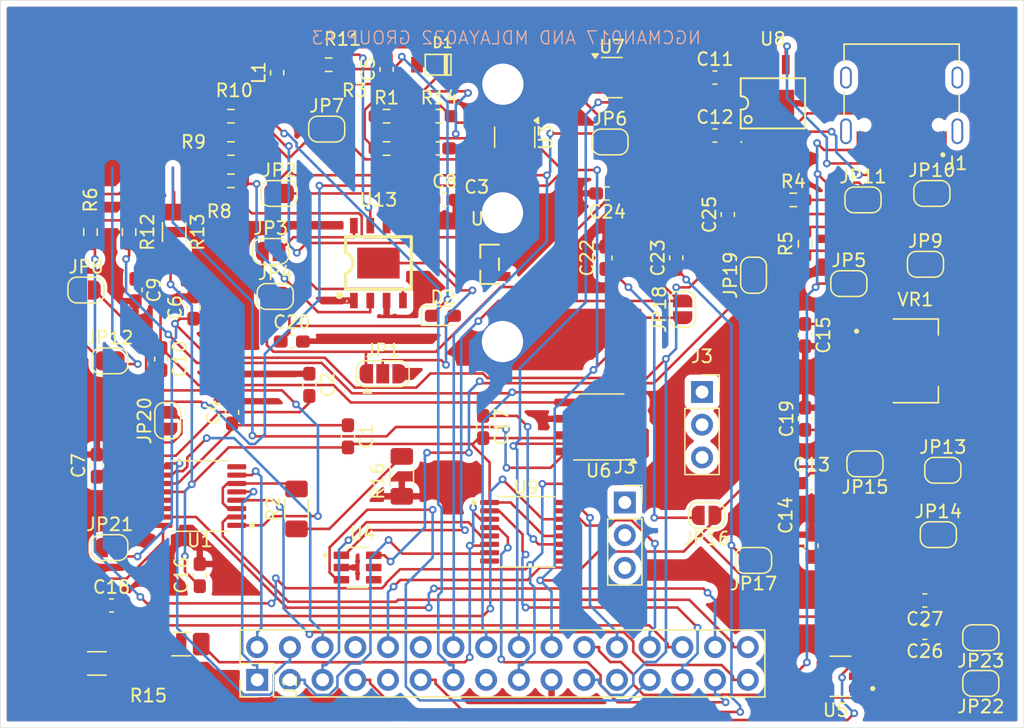
<source format=kicad_pcb>
(kicad_pcb (version 20241229) (generator "pcbnew") (generator_version "9.0")
  (layers (0 "F.Cu" signal) (2 "B.Cu" signal) (13 "F.Paste" user) (15 "B.Paste" user) (5 "F.SilkS" user "F.Silkscreen") (7 "B.SilkS" user "B.Silkscreen") (1 "F.Mask" user) (3 "B.Mask" user) (25 "Edge.Cuts" user))
  (net 0 "")
  (net 1 "/LOAD")
  (net 2 "Net-(U1-VCP)")
  (net 3 "GND")
  (net 4 "Net-(U1-VINT)")
  (net 5 "/5V_OUT")
  (net 6 "+BATT")
  (net 7 "/EXT_LOAD1_OUT")
  (net 8 "Net-(JP7-B)")
  (net 9 "/3V3_OUT")
  (net 10 "/EXT_LOAD2_0UT")
  (net 11 "+9V")
  (net 12 "Net-(U9-VCP)")
  (net 13 "Net-(U9-VINT)")
  (net 14 "Net-(JP6-B)")
  (net 15 "+5V")
  (net 16 "Net-(U3-SW)")
  (net 17 "Net-(JP5-B)")
  (net 18 "Net-(D2-A)")
  (net 19 "Net-(D2-K)")
  (net 21 "/CC1")
  (net 24 "/CC2")
  (net 25 "Net-(JP1-C)")
  (net 26 "/DM")
  (net 30 "/Motor1_B_OUT")
  (net 31 "/CTRL_EXT_LOAD1")
  (net 32 "/Motor4_A_OUT")
  (net 33 "/CTRL_EXT_LOAD2")
  (net 34 "/MOTOR3_CTRL1")
  (net 35 "/I2C1_SDA")
  (net 36 "/FAST_CHARGE_CTRL")
  (net 37 "/MOTOR4_CTRL2")
  (net 38 "/I2C1_SCL")
  (net 39 "/Motor3_A_OUT")
  (net 40 "/MOTOR3_CTRL2")
  (net 41 "/Motor1_A_OUT")
  (net 42 "/Motor4_B_OUT")
  (net 43 "/MOTOR2_CTRL2")
  (net 44 "/MOTOR4_CTRL1")
  (net 45 "/Motor2_A_OUT")
  (net 46 "/MOTOR2_CTRL1")
  (net 48 "/MOTOR1_CTRL1")
  (net 49 "/Motor3_B_OUT")
  (net 51 "/Motor2_B_OUT")
  (net 53 "/MOTOR1_CTRL2")
  (net 54 "Net-(JP2-B)")
  (net 55 "Net-(JP3-B)")
  (net 56 "Net-(U3-FB)")
  (net 57 "Net-(R16-Pad2)")
  (net 58 "Net-(U1-AISEN)")
  (net 59 "Net-(R14-Pad1)")
  (net 60 "Net-(JP8-B)")
  (net 61 "Net-(JP9-B)")
  (net 62 "Net-(R15-Pad2)")
  (net 63 "Net-(U9-AISEN)")
  (net 64 "/PROG")
  (net 67 "Net-(JP10-A)")
  (net 68 "Net-(JP11-A)")
  (net 72 "Net-(U8-VBUS)")
  (net 73 "Net-(U14-C)")
  (net 74 "Net-(U14-B)")
  (net 75 "/CHRG")
  (net 76 "Net-(J3-Pin_2)")
  (net 79 "/DP")
  (net 81 "Net-(JP20-B)")
  (net 82 "Net-(JP13-B)")
  (net 83 "Net-(JP16-B)")
  (net 84 "Net-(JP18-B)")
  (net 85 "Net-(JP14-A)")
  (net 86 "Net-(JP15-A)")
  (net 87 "Net-(JP17-A)")
  (net 88 "Net-(JP19-A)")
  (net 89 "Net-(JP21-A)")
  (net 90 "Net-(J3-Pin_1)")
  (net 92 "Net-(JP22-B)")
  (net 93 "/EXT_LOAD2_OUT")
  (net 94 "Net-(JP23-A)")
  (footprint "Resistor_SMD:R_1206_3216Metric_Pad1.30x1.75mm_HandSolder" (layer "F.Cu") (at 152.5 113 90)
    (property "Reference" "R2")
    (property "Value" "100m")
  )
  (footprint "Capacitor_SMD:C_0603_1608Metric_Pad1.08x0.95mm_HandSolder" (layer "F.Cu") (at 185 84)
    (property "Reference" "C12")
    (property "Value" "1u")
  )
  (footprint "Resistor_SMD:R_1206_3216Metric_Pad1.30x1.75mm_HandSolder" (layer "F.Cu") (at 137 125 180)
    (property "Reference" "R15")
    (property "Value" "100m")
  )
  (footprint "Resistor_SMD:R_0603_1608Metric_Pad0.98x0.95mm_HandSolder" (layer "F.Cu") (at 139.5 91.5 -90)
    (property "Reference" "R12")
    (property "Value" "4.7k")
  )
  (footprint "Jumper:SolderJumper-2_P1.3mm_Open_RoundedPad1.0x1.5mm" (layer "F.Cu") (at 154.85 83.5)
    (property "Reference" "JP7")
    (property "Value" "Jumper_2_Open")
  )
  (footprint "Jumper:SolderJumper-2_P1.3mm_Open_RoundedPad1.0x1.5mm" (layer "F.Cu") (at 138 116)
    (property "Reference" "JP21")
    (property "Value" "Jumper_2_Open")
  )
  (footprint "Resistor_SMD:R_0603_1608Metric_Pad0.98x0.95mm_HandSolder" (layer "F.Cu") (at 147.4125 85.01 180)
    (property "Reference" "R9")
    (property "Value" "3k")
  )
  (footprint "Connector_PinSocket_2.54mm:PinSocket_1x03_P2.54mm_Vertical" (layer "F.Cu") (at 184 103.92)
    (property "Reference" "J3")
    (property "Value" "Conn_01x03_Pin")
  )
  (footprint "Resistor_SMD:R_0603_1608Metric_Pad0.98x0.95mm_HandSolder" (layer "F.Cu") (at 191.0875 89)
    (property "Reference" "R4")
    (property "Value" "10k")
  )
  (footprint "Resistor_SMD:R_0603_1608Metric_Pad0.98x0.95mm_HandSolder" (layer "F.Cu") (at 136.5 91.5 -90)
    (property "Reference" "R6")
    (property "Value" "4.7k")
  )
  (footprint "Resistor_SMD:R_0603_1608Metric_Pad0.98x0.95mm_HandSolder" (layer "F.Cu") (at 159.5 82.5)
    (property "Reference" "R1")
    (property "Value" "15k")
  )
  (footprint "Capacitor_SMD:C_0603_1608Metric_Pad1.08x0.95mm_HandSolder" (layer "F.Cu") (at 164 89)
    (property "Reference" "C8")
    (property "Value" "10u")
  )
  (footprint "Jumper:SolderJumper-2_P1.3mm_Open_RoundedPad1.0x1.5mm" (layer "F.Cu") (at 188 117 180)
    (property "Reference" "JP17")
    (property "Value" "Jumper_2_Open")
  )
  (footprint "Jumper:SolderJumper-2_P1.3mm_Open_RoundedPad1.0x1.5mm" (layer "F.Cu") (at 201.35 94)
    (property "Reference" "JP9")
    (property "Value" "Jumper_2_Open")
  )
  (footprint "Capacitor_SMD:C_0603_1608Metric_Pad1.08x0.95mm_HandSolder" (layer "F.Cu") (at 144.99 118.1375 90)
    (property "Reference" "C16")
    (property "Value" "10u")
  )
  (footprint "Capacitor_SMD:C_0603_1608Metric_Pad1.08x0.95mm_HandSolder" (layer "F.Cu") (at 185 79.5)
    (property "Reference" "C11")
    (property "Value" "1u")
  )
  (footprint "Connector_PinHeader_2.54mm:PinHeader_2x16_P2.54mm_Vertical" (layer "F.Cu") (at 149.45 126.275 90)
    (property "Reference" "J2")
    (property "Value" "Conn_02x16_Odd_Even")
  )
  (footprint "Inductor_SMD:L_0603_1608Metric_Pad1.05x0.95mm_HandSolder" (layer "F.Cu") (at 151 79.125 90)
    (property "Reference" "L1")
    (property "Value" "10u")
  )
  (footprint "Jumper:SolderJumper-2_P1.3mm_Open_RoundedPad1.0x1.5mm" (layer "F.Cu") (at 202.35 115)
    (property "Reference" "JP14")
    (property "Value" "Jumper_2_Open")
  )
  (footprint "Capacitor_SMD:C_0603_1608Metric_Pad1.08x0.95mm_HandSolder" (layer "F.Cu") (at 186 90.1375 90)
    (property "Reference" "C25")
    (property "Value" "22u")
  )
  (footprint "Capacitor_SMD:C_0603_1608Metric_Pad1.08x0.95mm_HandSolder" (layer "F.Cu") (at 182 93.5 90)
    (property "Reference" "C23")
    (property "Value" "22u")
  )
  (footprint "Capacitor_SMD:C_0603_1608Metric_Pad1.08x0.95mm_HandSolder" (layer "F.Cu") (at 176.5 93.5 90)
    (property "Reference" "C22")
    (property "Value" "1u")
  )
  (footprint "Resistor_SMD:R_0603_1608Metric_Pad0.98x0.95mm_HandSolder" (layer "F.Cu") (at 159.5 85.01)
    (property "Reference" "R3")
    (property "Value" "100k")
  )
  (footprint "Capacitor_SMD:C_0603_1608Metric_Pad1.08x0.95mm_HandSolder" (layer "F.Cu") (at 144.5 97.3625 90)
    (property "Reference" "C6")
    (property "Value" "0.1u")
  )
  (footprint "Capacitor_SMD:C_0603_1608Metric_Pad1.08x0.95mm_HandSolder" (layer "F.Cu") (at 159.5 78.8625 90)
    (property "Reference" "C5")
    (property "Value" "22u")
  )
  (footprint "MMBT5551_C2145:SOT-23-3_L2.9-W1.3-P1.90-LS2.4-BR" (layer "F.Cu") (at 167.5 94)
    (property "Reference" "U14")
    (property "Value" "MMBT5551_C2145")
  )
  (footprint "Resistor_SMD:R_1206_3216Metric_Pad1.30x1.75mm_HandSolder" (layer "F.Cu") (at 143 91.5 -90)
    (property "Reference" "R13")
    (property "Value" "2m")
  )
  (footprint "Jumper:SolderJumper-2_P1.3mm_Open_RoundedPad1.0x1.5mm" (layer "F.Cu") (at 136.15 96)
    (property "Reference" "JP8")
    (property "Value" "Jumper_2_Open")
  )
  (footprint "Jumper:SolderJumper-2_P1.3mm_Open_RoundedPad1.0x1.5mm" (layer "F.Cu") (at 205.65 123 180)
    (property "Reference" "JP23")
    (property "Value" "Jumper_2_Open")
  )
  (footprint "Jumper:SolderJumper-2_P1.3mm_Open_RoundedPad1.0x1.5mm" (layer "F.Cu") (at 150.85 96.5)
    (property "Reference" "JP4")
    (property "Value" "Jumper_2_Open")
  )
  (footprint "TPS22810DBVR:SOT95P280X145-6N" (layer "F.Cu") (at 157.245 117.55)
    (property "Reference" "U4")
    (property "Value" "TPS22810DBVR")
  )
  (footprint "Jumper:SolderJumper-2_P1.3mm_Open_RoundedPad1.0x1.5mm" (layer "F.Cu") (at 196.65 109.5 180)
    (property "Reference" "JP15")
    (property "Value" "Jumper_2_Open")
  )
  (footprint "Jumper:SolderJumper-3_P1.3mm_Open_RoundedPad1.0x1.5mm" (layer "F.Cu") (at 159.2 102.5)
    (property "Reference" "JP1")
    (property "Value" "Jumper_3_Open")
  )
  (footprint "Package_SO:TSSOP-16_4.4x5mm_P0.65mm" (layer "F.Cu") (at 170.3625 114.775)
    (property "Reference" "U9")
    (property "Value" "DRV8833PW")
  )
  (footprint "CH224K:ESSOP-10_L4.9-W3.9-P1.0-LS6.0-TL-EP" (layer "F.Cu") (at 189.4999 81.5001)
    (property "Reference" "U8")
    (property "Value" "CH224K")
  )
  (footprint "Capacitor_SMD:C_0603_1608Metric_Pad1.08x0.95mm_HandSolder" (layer "F.Cu") (at 147.5 105.5 90)
    (property "Reference" "C4")
    (property "Value" "10u")
  )
  (footprint "Connector_PinSocket_2.54mm:PinSocket_1x03_P2.54mm_Vertical" (layer "F.Cu") (at 178 112.5)
    (property "Reference" "J3")
    (property "Value" "Conn_01x03_Pin")
  )
  (footprint "Package_TO_SOT_SMD:SOT-23-5" (layer "F.Cu") (at 177 79.5)
    (property "Reference" "U7")
    (property "Value" "AP2112K-3.3")
  )
  (footprint "Capacitor_SMD:C_0603_1608Metric_Pad1.08x0.95mm_HandSolder" (layer "F.Cu") (at 192 99.5 -90)
    (property "Reference" "C15")
    (property "Value" "0.22u")
  )
  (footprint "Capacitor_SMD:C_0603_1608Metric_Pad1.08x0.95mm_HandSolder" (layer "F.Cu") (at 176.6375 88.5 180)
    (property "Reference" "C24")
    (property "Value" "1u")
  )
  (footprint "Capacitor_SMD:C_0603_1608Metric_Pad1.08x0.95mm_HandSolder" (layer "F.Cu") (at 138.1375 120.5)
    (property "Reference" "C18")
    (property "Value" "2.2u")
  )
  (footprint "Jumper:SolderJumper-2_P1.3mm_Open_RoundedPad1.0x1.5mm" (layer "F.Cu") (at 188 94.85 90)
    (property "Reference" "JP19")
    (property "Value" "Jumper_2_Open")
  )
  (footprint "Resistor_SMD:R_1206_3216Metric_Pad1.30x1.75mm_HandSolder" (layer "F.Cu") (at 160.6796 110.4718 90)
    (property "Reference" "R16")
    (property "Value" "100m")
  )
  (footprint "Package_SO:SOIC-8_3.9x4.9mm_P1.27mm" (layer "F.Cu") (at 175.975 106.635 180)
    (property "Reference" "U6")
    (property "Value" "INA219AxD")
  )
  (footprint "Jumper:SolderJumper-2_P1.3mm_Open_RoundedPad1.0x1.5mm" (layer "F.Cu") (at 142.5 106.15 90)
    (property "Reference" "JP20")
    (property "Value" "Jumper_2_Open")
  )
  (footprint "Jumper:SolderJumper-2_P1.3mm_Open_RoundedPad1.0x1.5mm" (layer "F.Cu") (at 202.7 110)
    (property "Reference" "JP13")
    (property "Value" "Jumper_2_Open")
  )
  (footprint "Package_SO:TSSOP-16_4.4x5mm_P0.65mm" (layer "F.Cu") (at 145 112 180)
    (property "Reference" "U1")
    (property "Value" "DRV8833PW")
  )
  (footprint "Resistor_SMD:R_0603_1608Metric_Pad0.98x0.95mm_HandSolder" (layer "F.Cu") (at 147.4125 82.5 180)
    (property "Reference" "R10")
    (property "Value" "1k")
  )
  (footprint "Capacitor_SMD:C_0603_1608Metric_Pad1.08x0.95mm_HandSolder" (layer "F.Cu") (at 201.3 122.62 180)
    (property "Reference" "C26")
    (property "Value" "1u")
  )
  (footprint "SM4007PL-TP:SOD-123FL" (layer "F.Cu") (at 163.5 78.5)
    (property "Reference" "D1")
    (property "Value" "SM4007PL-TP")
  )
  (footprint "Capacitor_SMD:C_0603_1608Metric_Pad1.08x0.95mm_HandSolder" (layer "F.Cu") (at 153.5 103.3625 -90)
    (property "Reference" "C2")
    (property "Value" "2.2u")
  )
  (footprint "Capacitor_SMD:C_0603_1608Metric_Pad1.08x0.95mm_HandSolder" (layer "F.Cu") (at 152.1375 100)
    (property "Reference" "C20")
    (property "Value" "10u")
  )
  (footprint "Capacitor_SMD:C_0603_1608Metric_Pad1.08x0.95mm_HandSolder" (layer "F.Cu") (at 163.5 85)
    (property "Reference" "C3")
    (property "Value" "22u")
  )
  (footprint "Jumper:SolderJumper-2_P1.3mm_Open_RoundedPad1.0x1.5mm" (layer "F.Cu") (at 195.4 95.5)
    (property "Reference" "JP5")
    (property "Value" "Jumper_2_Open")
  )
  (footprint "Capacitor_SMD:C_0603_1608Metric_Pad1.08x0.95mm_HandSolder" (layer "F.Cu") (at 156.5 107.3625 -90)
    (property "Reference" "C1")
    (property "Value" "0.01u")
  )
  (footprint "Capacitor_SMD:C_0603_1608Metric_Pad1.08x0.95mm_HandSolder" (layer "F.Cu") (at 192.5 115.8625 90)
    (property "Reference" "C14")
    (property "Value" "0.1u")
  )
  (footprint "Jumper:SolderJumper-2_P1.3mm_Open_RoundedPad1.0x1.5mm" (layer "F.Cu") (at 196.5 89)
    (property "Reference" "JP11")
    (property "Value" "Jumper_2_Open")
  )
  (footprint "Jumper:SolderJumper-2_P1.3mm_Open_RoundedPad1.0x1.5mm" (layer "F.Cu") (at 150.5 93)
    (property "Reference" "JP3")
    (property "Value" "Jumper_2_Open")
  )
  (footprint "Jumper:SolderJumper-2_P1.3mm_Open_RoundedPad1.0x1.5mm" (layer "F.Cu") (at 205.65 126.55 180)
    (property "Reference" "JP22")
    (property "Value" "Jumper_2_Open")
  )
  (footprint "MMBT5551_C2145:ESOP-8_L4.9-W3.9-P1.27-LS6.0-BL-EP" (layer "F.Cu") (at 158.865 93.9083)
    (property "Reference" "U13")
    (property "Value" "TP4056")
  )
  (footprint "Capacitor_SMD:C_0603_1608Metric_Pad1.08x0.95mm_HandSolder" (layer "F.Cu") (at 142 101.3625 -90)
    (property "Reference" "C10")
    (property "Value" "0.1u")
  )
  (footprint "Resistor_SMD:R_0603_1608Metric_Pad0.98x0.95mm_HandSolder" (layer "F.Cu") (at 163.5875 82.5)
    (property "Reference" "R14")
    (property "Value" "10k")
  )
  (footprint "Jumper:SolderJumper-2_P1.3mm_Open_RoundedPad1.0x1.5mm" (layer "F.Cu") (at 151.15 88.5)
    (property "Reference" "JP2")
    (property "Value" "Jumper_2_Open")
  )
  (footprint "Capacitor_SMD:C_0603_1608Metric_Pad1.08x0.95mm_HandSolder" (layer "F.Cu") (at 192.5 111)
    (property "Reference" "C13")
    (property "Value" "1u")
  )
  (footprint "Jumper:SolderJumper-2_P1.3mm_Open_RoundedPad1.0x1.5mm" (layer "F.Cu") (at 182.49 97.5 90)
    (property "Reference" "JP18")
    (property "Value" "Jumper_2_Open")
  )
  (footprint "LM7805MPX_NOPB:VREG_LM7805MPX_NOPB" (layer "F.Cu") (at 200.6 101.5)
    (property "Reference" "VR1")
    (property "Value" "LM7805MPX_NOPB")
  )
  (footprint "Jumper:SolderJumper-2_P1.3mm_Open_RoundedPad1.0x1.5mm" (layer "F.Cu") (at 176.85 84.5)
    (property "Reference" "JP6")
    (property "Value" "Jumper_2_Open")
  )
  (footprint "Capacitor_SMD:C_0603_1608Metric_Pad1.08x0.95mm_HandSolder" (layer "F.Cu") (at 192 106 90)
    (property "Reference" "C19")
    (property "Value" "0.1u")
  )
  (footprint "Resistor_SMD:R_0603_1608Metric_Pad0.98x0.95mm_HandSolder" (layer "F.Cu") (at 147.4125 87.52 180)
    (property "Reference" "R8")
    (property "Value" "2k")
  )
  (footprint "Jumper:SolderJumper-2_P1.3mm_Open_RoundedPad1.0x1.5mm" (layer "F.Cu") (at 138 101.5)
    (property "Reference" "JP12")
    (property "Value" "Jumper_2_Open")
  )
  (footprint "Jumper:SolderJumper-2_P1.3mm_Open_RoundedPad1.0x1.5mm" (layer "F.Cu") (at 184.35 113.5 180)
    (property "Reference" "JP16")
    (property "Value" "Jumper_2_Open")
  )
  (footprint "Jumper:SolderJumper-2_P1.3mm_Open_RoundedPad1.0x1.5mm" (layer "F.Cu") (at 201.85 88.5)
    (property "Reference" "JP10")
    (property "Value" "Jumper_2_Open")
  )
  (footprint "Resistor_SMD:R_0603_1608Metric_Pad0.98x0.95mm_HandSolder" (layer "F.Cu") (at 155 78.5 180)
    (property "Reference" "R11")
    (property "Value" "1k")
  )
  (footprint "Capacitor_SMD:C_0603_1608Metric_Pad1.08x0.95mm_HandSolder" (layer "F.Cu") (at 167 106.6375 -90)
    (property "Reference" "C17")
    (property "Value" "0.01u")
  )
  (footprint "Resistor_SMD:R_0603_1608Metric_Pad0.98x0.95mm_HandSolder" (layer "F.Cu") (at 192 92.4125 90)
    (property "Reference" "R5")
    (property "Value" "1k")
  )
  (footprint "Capacitor_SMD:C_0603_1608Metric_Pad1.08x0.95mm_HandSolder" (layer "F.Cu") (at 201.3 120.11 180)
    (property "Reference" "C27")
    (property "Value" "22u")
  )
  (footprint "Capacitor_SMD:C_0603_1608Metric_Pad1.08x0.95mm_HandSolder" (layer "F.Cu") (at 137 109.6375 90)
    (property "Reference" "C7")
    (property "Value" "1u")
  )
  (footprint "TYPE-C-31-M-12:HRO_TYPE-C-31-M-12" (layer "F.Cu") (at 199.5 79.5 180)
    (property "Reference" "J1")
    (property "Value" "TYPE-C-31-M-12")
  )
  (footprint "Package_TO_SOT_SMD:SOT-23-6" (layer "F.Cu") (at 169.45 84.1375 -90)
    (property "Reference" "U3")
    (property "Value" "MT3608")
  )
  (footprint "Resistor_SMD:R_1206_3216Metric_Pad1.30x1.75mm_HandSolder" (layer "F.Cu") (at 143.55 123.5)
    (property "Reference" "R7" (hide yes))
    (property "Value" "100m")
  )
  (footprint "LED_SMD:LED_0603_1608Metric_Pad1.05x0.95mm_HandSolder" (layer "F.Cu") (at 163.875 98)
    (property "Reference" "D2")
    (property "Value" "LED")
  )
  (footprint "TPS22810DBVR:SOT95P280X145-6N" (layer "F.Cu") (at 194.755 126 180)
    (property "Reference" "U5")
    (property "Value" "TPS22810DBVR")
  )
  (footprint "Capacitor_SMD:C_0603_1608Metric_Pad1.08x0.95mm_HandSolder" (layer "F.Cu") (at 140 96 -90)
    (property "Reference" "C9")
    (property "Value" "10u")
  )
  (gr_line (start 129.5 130) (end 129.5 73.5) (stroke (width 0.05)) (layer "Edge.Cuts"))
  (gr_line (start 209 73.5) (end 209 130) (stroke (width 0.05)) (layer "Edge.Cuts"))
  (gr_line (start 209 130) (end 129.5 130) (stroke (width 0.05)) (layer "Edge.Cuts"))
  (gr_line (start 129.5 73.5) (end 209 73.5) (stroke (width 0.05)) (layer "Edge.Cuts"))
  (gr_text "NGCMAN017 AND MDLAYA022 GROUP 43" (at 184 77 0) (layer "B.SilkS") (effects (font (size 1 1) (thickness 0.1)) (justify left bottom mirror)))
  (segment (start 166.6552 107.5) (end 167 107.5) (width 0.2) (layer "F.Cu") (net 1))
  (segment (start 173.225 115.1) (end 171.7209 115.1) (width 0.2) (layer "F.Cu") (net 1))
  (segment (start 167.5 112.5) (end 167.5 109.3861) (width 0.2) (layer "F.Cu") (net 1))
  (segment (start 167.5 109.3861) (end 166.2021 108.0882) (width 0.2) (layer "F.Cu") (net 1))
  (segment (start 156.5 108.225) (end 156.7719 107.9531) (width 0.2) (layer "F.Cu") (net 1))
  (segment (start 166.2021 107.9531) (end 166.6552 107.5) (width 0.2) (layer "F.Cu") (net 1))
  (segment (start 143 93.05) (end 142.7217 93.3283) (width 0.2) (layer "F.Cu") (net 1))
  (segment (start 167 107.5) (end 173.27 107.5) (width 0.2) (layer "F.Cu") (net 1))
  (segment (start 173.27 107.5) (end 173.5 107.27) (width 0.2) (layer "F.Cu") (net 1))
  (segment (start 143.8388 117.8488) (end 144.99 119) (width 0.2) (layer "F.Cu") (net 1))
  (segment (start 142.7217 93.3283) (end 142.7217 95.5587) (width 0.2) (layer "F.Cu") (net 1))
  (segment (start 142.1375 111.675) (end 143.7858 111.675) (width 0.2) (layer "F.Cu") (net 1))
  (segment (start 166.2021 108.0882) (end 166.2021 107.9531) (width 0.2) (layer "F.Cu") (net 1))
  (segment (start 171.7209 115.1) (end 169.1209 112.5) (width 0.2) (layer "F.Cu") (net 1))
  (segment (start 169.1209 112.5) (end 167.5 112.5) (width 0.2) (layer "F.Cu") (net 1))
  (segment (start 156.5 108.225) (end 147.2358 108.225) (width 0.2) (layer "F.Cu") (net 1))
  (segment (start 147.2358 108.225) (end 144.3712 111.0896) (width 0.2) (layer "F.Cu") (net 1))
  (segment (start 143.7858 111.675) (end 144.3712 111.0896) (width 0.2) (layer "F.Cu") (net 1))
  (segment (start 143.8388 116.6706) (end 143.8388 117.8488) (width 0.2) (layer "F.Cu") (net 1))
  (segment (start 156.7719 107.9531) (end 166.2021 107.9531) (width 0.2) (layer "F.Cu") (net 1))
  (via (at 142.7217 95.5587) (size 0.6) (drill 0.3) (layers "F.Cu" "B.Cu") (net 1))
  (via (at 143.8388 116.6706) (size 0.6) (drill 0.3) (layers "F.Cu" "B.Cu") (net 1))
  (via (at 144.3712 111.0896) (size 0.6) (drill 0.3) (layers "F.Cu" "B.Cu") (net 1))
  (segment (start 143.8388 111.622) (end 143.8388 116.6706) (width 0.2) (layer "B.Cu") (net 1))
  (segment (start 144.3712 97.2082) (end 142.7217 95.5587) (width 0.2) (layer "B.Cu") (net 1))
  (segment (start 144.3712 111.0896) (end 144.3712 97.2082) (width 0.2) (layer "B.Cu") (net 1))
  (segment (start 144.3712 111.0896) (end 143.8388 111.622) (width 0.2) (layer "B.Cu") (net 1))
  (segment (start 147.6375 106.5) (end 147.5 106.3625) (width 0.2) (layer "F.Cu") (net 2))
  (segment (start 147.5 106.8059) (end 147.5 106.3625) (width 0.2) (layer "F.Cu") (net 2))
  (segment (start 142.1375 111.025) (end 143.2809 111.025) (width 0.2) (layer "F.Cu") (net 2))
  (segment (start 143.2809 111.025) (end 147.5 106.8059) (width 0.2) (layer "F.Cu") (net 2))
  (segment (start 156.5 106.5) (end 147.6375 106.5) (width 0.2) (layer "F.Cu") (net 2))
  (via (at 168.5 90) (size 3.4) (drill 3.2) (layers "F.Cu" "B.Cu") (net 3))
  (via (at 168.5 100) (size 3.4) (drill 3.2) (layers "F.Cu" "B.Cu") (net 3))
  (via (at 168.532386 80.016438) (size 3.4) (drill 3.2) (layers "F.Cu" "B.Cu") (net 3))
  (segment (start 141.6835 108.8687) (end 143.1258 108.8687) (width 0.2) (layer "F.Cu") (net 4))
  (segment (start 153.5 104.7482) (end 153.5 104.225) (width 0.2) (layer "F.Cu") (net 4))
  (segment (start 141.0819 109.4703) (end 141.6835 108.8687) (width 0.2) (layer "F.Cu") (net 4))
  (segment (start 141.4101 112.975) (end 141.0819 112.6468) (width 0.2) (layer "F.Cu") (net 4))
  (segment (start 152.7663 105.4819) (end 153.5 104.7482) (width 0.2) (layer "F.Cu") (net 4))
  (segment (start 146.5126 105.4819) (end 152.7663 105.4819) (width 0.2) (layer "F.Cu") (net 4))
  (segment (start 142.1375 112.975) (end 141.4101 112.975) (width 0.2) (layer "F.Cu") (net 4))
  (segment (start 143.1258 108.8687) (end 146.5126 105.4819) (width 0.2) (layer "F.Cu") (net 4))
  (segment (start 141.0819 112.6468) (end 141.0819 109.4703) (width 0.2) (layer "F.Cu") (net 4))
  (segment (start 183.8808 115.0024) (end 185 113.8832) (width 0.2) (layer "F.Cu") (net 5))
  (segment (start 195.7868 109.7132) (end 196.6368 110.5632) (width 0.2) (layer "F.Cu") (net 5))
  (segment (start 182.49 98.15) (end 179.6197 98.15) (width 0.2) (layer "F.Cu") (net 5))
  (segment (start 190.2433 121.365) (end 183.8808 115.0024) (width 0.2) (layer "F.Cu") (net 5))
  (segment (start 172.0359 87.8931) (end 154.2808 87.8931) (width 0.2) (layer "F.Cu") (net 5))
  (segment (start 164.3794 78.5) (end 162.3126 80.5668) (width 0.2) (layer "F.Cu") (net 5))
  (segment (start 201.4868 110.5632) (end 202.05 110) (width 0.2) (layer "F.Cu") (net 5))
  (segment (start 179.6197 98.15) (end 175.5668 102.2029) (width 0.2) (layer "F.Cu") (net 5))
  (segment (start 141.9131 104.6774) (end 141.3983 105.1922) (width 0.2) (layer "F.Cu") (net 5))
  (segment (start 142.1075 106.8) (end 142.5 106.8) (width 0.2) (layer "F.Cu") (net 5))
  (segment (start 165.6987 80.5668) (end 165.8274 80.6955) (width 0.2) (layer "F.Cu") (net 5))
  (segment (start 164.8716 83.8721) (end 164.8716 84.2116) (width 0.2) (layer "F.Cu") (net 5))
  (segment (start 164.8716 84.2116) (end 163.4259 84.2116) (width 0.2) (layer "F.Cu") (net 5))
  (segment (start 165.1383 78.5) (end 164.3794 78.5) (width 0.2) (layer "F.Cu") (net 5))
  (segment (start 141.3983 106.0908) (end 142.1075 106.8) (width 0.2) (layer "F.Cu") (net 5))
  (segment (start 173.7077 118.551) (end 175.9487 116.31) (width 0.2) (layer "F.Cu") (net 5))
  (segment (start 173.1928 86.7362) (end 172.0359 87.8931) (width 0.2) (layer "F.Cu") (net 5))
  (segment (start 204.071 123.1635) (end 202.2725 121.365) (width 0.2) (layer "F.Cu") (net 5))
  (segment (start 173.2492 86.6798) (end 173.1928 86.7362) (width 0.2) (layer "F.Cu") (net 5))
  (segment (start 182.5732 116.31) (end 183.8808 115.0024) (width 0.2) (layer "F.Cu") (net 5))
  (segment (start 141.3983 105.1922) (end 141.3983 106.0908) (width 0.2) (layer "F.Cu") (net 5))
  (segment (start 185 113.8832) (end 185 113.5) (width 0.2) (layer "F.Cu") (net 5))
  (segment (start 204.071 123.9048) (end 204.071 123.1635) (width 0.2) (layer "F.Cu") (net 5))
  (segment (start 196 109.5) (end 195.7868 109.7132) (width 0.2) (layer "F.Cu") (net 5))
  (segment (start 157.7969 82.0187) (end 159.2488 80.5668) (width 0.2) (layer "F.Cu") (net 5))
  (segment (start 206.3 126.1338) (end 204.071 123.9048) (width 0.2) (layer "F.Cu") (net 5))
  (segment (start 163.4259 84.2116) (end 162.6375 85) (width 0.2) (layer "F.Cu") (net 5))
  (segment (start 170.6682 84.2116) (end 164.8716 84.2116) (width 0.2) (layer "F.Cu") (net 5))
  (segment (start 157.7969 84.2194) (end 157.7969 82.0187) (width 0.2) (layer "F.Cu") (net 5))
  (segment (start 188.7868 109.7132) (end 195.7868 109.7132) (width 0.2) (layer "F.Cu") (net 5))
  (segment (start 206.3 126.55) (end 206.3 126.1338) (width 0.2) (layer "F.Cu") (net 5))
  (segment (start 158.5875 85.01) (end 157.7969 84.2194) (width 0.2) (layer "F.Cu") (net 5))
  (segment (start 162.3126 80.5668) (end 165.6987 80.5668) (width 0.2) (layer "F.Cu") (net 5))
  (segment (start 185 113.5) (end 188.7868 109.7132) (width 0.2) (layer "F.Cu") (net 5))
  (segment (start 202.2725 121.365) (end 190.2433 121.365) (width 0.2) (layer "F.Cu") (net 5))
  (segment (start 175.8478 86.6798) (end 173.2492 86.6798) (width 0.2) (layer "F.Cu") (net 5))
  (segment (start 145.3657 104.9537) (end 145.0894 104.6774) (width 0.2) (layer "F.Cu") (net 5))
  (segment (start 171.4268 118.551) (end 173.7077 118.551) (width 0.2) (layer "F.Cu") (net 5))
  (segment (start 193.3625 106.8625) (end 192 106.8625) (width 0.2) (layer "F.Cu") (net 5))
  (segment (start 145.0894 104.6774) (end 141.9131 104.6774) (width 0.2) (layer "F.Cu") (net 5))
  (segment (start 196 109.5) (end 193.3625 106.8625) (width 0.2) (layer "F.Cu") (net 5))
  (segment (start 173.1928 86.7362) (end 170.6682 84.2116) (width 0.2) (layer "F.Cu") (net 5))
  (segment (start 159.2488 80.5668) (end 162.3126 80.5668) (width 0.2) (layer "F.Cu") (net 5))
  (segment (start 196.6368 110.5632) (end 201.4868 110.5632) (width 0.2) (layer "F.Cu") (net 5))
  (segment (start 175.9487 116.31) (end 182.5732 116.31) (width 0.2) (layer "F.Cu") (net 5))
  (via (at 154.2808 87.8931) (size 0.6) (drill 0.3) (layers "F.Cu" "B.Cu") (net 5))
  (via (at 175.5668 102.2029) (size 0.6) (drill 0.3) (layers "F.Cu" "B.Cu") (net 5))
  (via (at 171.4268 118.551) (size 0.6) (drill 0.3) (layers "F.Cu" "B.Cu") (net 5))
  (via (at 165.8274 80.6955) (size 0.6) (drill 0.3) (layers "F.Cu" "B.Cu") (net 5))
  (via (at 175.8478 86.6798) (size 0.6) (drill 0.3) (layers "F.Cu" "B.Cu") (net 5))
  (via (at 145.3657 104.9537) (size 0.6) (drill 0.3) (layers "F.Cu" "B.Cu") (net 5))
  (via (at 164.8716 83.8721) (size 0.6) (drill 0.3) (layers "F.Cu" "B.Cu") (net 5))
  (segment (start 149.2786 107.9577) (end 148.8635 107.9577) (width 0.2) (layer "B.Cu") (net 5))
  (segment (start 175.8478 101.9219) (end 175.8478 86.6798) (width 0.2) (layer "B.Cu") (net 5))
  (segment (start 172.5561 117.4217) (end 172.5561 105.2136) (width 0.2) (layer "B.Cu") (net 5))
  (segment (start 172.5561 105.2136) (end 175.5668 102.2029) (width 0.2) (layer "B.Cu") (net 5))
  (segment (start 145.8595 104.9537) (end 145.3657 104.9537) (width 0.2) (layer "B.Cu") (net 5))
  (segment (start 175.5668 102.2029) (end 175.8478 101.9219) (width 0.2) (layer "B.Cu") (net 5))
  (segment (start 171.4268 118.551) (end 172.5561 117.4217) (width 0.2) (layer "B.Cu") (net 5))
  (segment (start 150.0414 107.1949) (end 149.2786 107.9577) (width 0.2) (layer "B.Cu") (net 5))
  (segment (start 172.31 119.4342) (end 171.4268 118.551) (width 0.2) (layer "B.Cu") (net 5))
  (segment (start 154.2808 96.7211) (end 150.0414 100.9605) (width 0.2) (layer "B.Cu") (net 5))
  (segment (start 172.31 123.735) (end 172.31 119.4342) (width 0.2) (layer "B.Cu") (net 5))
  (segment (start 150.0414 100.9605) (end 150.0414 107.1949) (width 0.2) (layer "B.Cu") (net 5))
  (segment (start 165.8274 80.6955) (end 164.8716 81.6513) (width 0.2) (layer "B.Cu") (net 5))
  (segment (start 154.2808 87.8931) (end 154.2808 96.7211) (width 0.2) (layer "B.Cu") (net 5))
  (segment (start 164.8716 81.6513) (end 164.8716 83.8721) (width 0.2) (layer "B.Cu") (net 5))
  (segment (start 148.8635 107.9577) (end 145.8595 104.9537) (width 0.2) (layer "B.Cu") (net 5))
  (segment (start 137.35 101.5) (end 135.5 99.65) (width 0.2) (layer "F.Cu") (net 6))
  (segment (start 171.9482 87.082) (end 152.2872 87.082) (width 0.2) (layer "F.Cu") (net 6))
  (segment (start 150.2801 84.1813) (end 151.8994 85.8006) (width 0.2) (layer "F.Cu") (net 6))
  (segment (start 135.5 96) (end 135.5 90.3339) (width 0.2) (layer "F.Cu") (net 6))
  (segment (start 140.9287 86.3213) (end 140.9287 85.2776) (width 0.2) (layer "F.Cu") (net 6))
  (segment (start 142.025 84.1813) (end 150.2801 84.1813) (width 0.2) (layer "F.Cu") (net 6))
  (segment (start 151.8995 86.6942) (end 150.5 88.0937) (width 0.2) (layer "F.Cu") (net 6))
  (segment (start 137.2918 88.5421) (end 138.7079 88.5421) (width 0.2) (layer "F.Cu") (net 6))
  (segment (start 151.8994 85.8006) (end 154.2 83.5) (width 0.2) (layer "F.Cu") (net 6))
  (segment (start 138.7079 88.5421) (end 140.9287 86.3213) (width 0.2) (layer "F.Cu") (net 6))
  (segment (start 135.5 90.3339) (end 137.2918 88.5421) (width 0.2) (layer "F.Cu") (net 6))
  (segment (start 151.8994 86.6942) (end 151.8994 85.8006) (width 0.2) (layer "F.Cu") (net 6))
  (segment (start 151.8995 86.6942) (end 151.8994 86.6942) (width 0.2) (layer "F.Cu") (net 6))
  (segment (start 140.9287 85.2776) (end 142.025 84.1813) (width 0.2) (layer "F.Cu") (net 6))
  (segment (start 175.5433 83.8433) (end 172.2026 83.8433) (width 0.2) (layer "F.Cu") (net 6))
  (segment (start 152.2872 87.082) (end 151.8995 86.6942) (width 0.2) (layer "F.Cu") (net 6))
  (segment (start 135.5 99.65) (end 135.5 96) (width 0.2) (layer "F.Cu") (net 6))
  (segment (start 176.2 84.5) (end 175.5433 83.8433) (width 0.2) (layer "F.Cu") (net 6))
  (segment (start 150.5 88.0937) (end 150.5 88.5) (width 0.2) (layer "F.Cu") (net 6))
  (via (at 171.9482 87.082) (size 0.6) (drill 0.3) (layers "F.Cu" "B.Cu") (net 6))
  (via (at 172.2026 83.8433) (size 0.6) (drill 0.3) (layers "F.Cu" "B.Cu") (net 6))
  (segment (start 164.69 122.5833) (end 164.7159 122.5574) (width 0.2) (layer "B.Cu") (net 6))
  (segment (start 164.7159 99.4693) (end 171.9482 92.237) (width 0.2) (layer "B.Cu") (net 6))
  (segment (start 172.2026 86.8276) (end 172.2026 83.8433) (width 0.2) (layer "B.Cu") (net 6))
  (segment (start 164.69 123.735) (end 164.69 122.5833) (width 0.2) (layer "B.Cu") (net 6))
  (segment (start 164.7159 122.5574) (end 164.7159 99.4693) (width 0.2) (layer "B.Cu") (net 6))
  (segment (start 171.9482 92.237) (end 171.9482 87.082) (width 0.2) (layer "B.Cu") (net 6))
  (segment (start 171.9482 87.082) (end 172.2026 86.8276) (width 0.2) (layer "B.Cu") (net 6))
  (segment (start 143.4574 98.225) (end 143.0661 98.6163) (width 0.2) (layer "F.Cu") (net 7))
  (segment (start 183.0172 95.7935) (end 181.9889 95.7935) (width 0.2) (layer "F.Cu") (net 7))
  (segment (start 186.3054 92.5053) (end 186 92.2) (width 0.2) (layer "F.Cu") (net 7))
  (segment (start 157.0259 103.5812) (end 154.7029 101.2582) (width 0.2) (layer "F.Cu") (net 7))
  (segment (start 167.3299 102.8317) (end 166.98 102.4818) (width 0.2) (layer "F.Cu") (net 7))
  (segment (start 138.65 116) (end 139.3432 116.6932) (width 0.2) (layer "F.Cu") (net 7))
  (segment (start 145.708 101.2582) (end 143.0661 98.6163) (width 0.2) (layer "F.Cu") (net 7))
  (segment (start 179.7067 102.8317) (end 167.3299 102.8317) (width 0.2) (layer "F.Cu") (net 7))
  (segment (start 154.7029 101.2582) (end 145.708 101.2582) (width 0.2) (layer "F.Cu") (net 7))
  (segment (start 161.8049 103.5812) (end 157.0259 103.5812) (width 0.2) (layer "F.Cu") (net 7))
  (segment (start 144.5 98.225) (end 143.4574 98.225) (width 0.2) (layer "F.Cu") (net 7))
  (segment (start 186.3054 92.5053) (end 183.0172 95.7935) (width 0.2) (layer "F.Cu") (net 7))
  (segment (start 186 92.2) (end 186 91) (width 0.2) (layer "F.Cu") (net 7))
  (segment (start 166.98 102.4818) (end 162.9043 102.4818) (width 0.2) (layer "F.Cu") (net 7))
  (segment (start 162.9043 102.4818) (end 161.8049 103.5812) (width 0.2) (layer "F.Cu") (net 7))
  (segment (start 181.1928 101.3456) (end 179.7067 102.8317) (width 0.2) (layer "F.Cu") (net 7))
  (segment (start 188 94.2) (end 186.3054 92.5053) (width 0.2) (layer "F.Cu") (net 7))
  (segment (start 139.3432 116.6932) (end 140.1578 116.6932) (width 0.2) (layer "F.Cu") (net 7))
  (via (at 140.1578 116.6932) (size 0.6) (drill 0.3) (layers "F.Cu" "B.Cu") (net 7))
  (via (at 181.1928 101.3456) (size 0.6) (drill 0.3) (layers "F.Cu" "B.Cu") (net 7))
  (via (at 143.0661 98.6163) (size 0.6) (drill 0.3) (layers "F.Cu" "B.Cu") (net 7))
  (via (at 181.9889 95.7935) (size 0.6) (drill 0.3) (layers "F.Cu" "B.Cu") (net 7))
  (segment (start 176.0017 126.5435) (end 176.0017 126.275) (width 0.2) (layer "B.Cu") (net 7))
  (segment (start 178.66 125.8809) (end 178.66 126.64) (width 0.2) (layer "B.Cu") (net 7))
  (segment (start 142.8164 100.0237) (end 143.1455 99.6946) (width 0.2) (layer "B.Cu") (net 7))
  (segment (start 181.1928 101.3456) (end 181.9889 100.5495) (width 0.2) (layer "B.Cu") (net 7))
  (segment (start 181.9889 100.5495) (end 181.9889 95.7935) (width 0.2) (layer "B.Cu") (net 7))
  (segment (start 181.1928 101.3456) (end 181.1928 124.1043) (width 0.2) (layer "B.Cu") (net 7))
  (segment (start 142.8164 114.0346) (end 142.8164 100.0237) (width 0.2) (layer "B.Cu") (net 7))
  (segment (start 143.1455 99.6946) (end 143.1455 98.6957) (width 0.2) (layer "B.Cu") (net 7))
  (segment (start 176.902 127.4438) (end 176.0017 126.5435) (width 0.2) (layer "B.Cu") (net 7))
  (segment (start 174.85 126.275) (end 176.0017 126.275) (width 0.2) (layer "B.Cu") (net 7))
  (segment (start 143.1455 98.6957) (end 143.0661 98.6163) (width 0.2) (layer "B.Cu") (net 7))
  (segment (start 178.66 126.64) (end 177.8562 127.4438) (width 0.2) (layer "B.Cu") (net 7))
  (segment (start 177.8562 127.4438) (end 176.902 127.4438) (width 0.2) (layer "B.Cu") (net 7))
  (segment (start 179.6542 124.8867) (end 178.66 125.8809) (width 0.2) (layer "B.Cu") (net 7))
  (segment (start 181.1928 124.1043) (end 180.4104 124.8867) (width 0.2) (layer "B.Cu") (net 7))
  (segment (start 180.4104 124.8867) (end 179.6542 124.8867) (width 0.2) (layer "B.Cu") (net 7))
  (segment (start 140.1578 116.6932) (end 142.8164 114.0346) (width 0.2) (layer "B.Cu") (net 7))
  (segment (start 151 80) (end 155.5 80) (width 0.2) (layer "F.Cu") (net 8))
  (segment (start 159.225 80) (end 159.5 79.725) (width 0.2) (layer "F.Cu") (net 8))
  (segment (start 155.5 80) (end 155.5 83.5) (width 0.2) (layer "F.Cu") (net 8))
  (segment (start 169.45 85.275) (end 168.5 85.275) (width 0.2) (layer "F.Cu") (net 8))
  (segment (start 167.9211 85.8539) (end 157.8539 85.8539) (width 0.2) (layer "F.Cu") (net 8))
  (segment (start 157.8539 85.8539) (end 155.5 83.5) (width 0.2) (layer "F.Cu") (net 8))
  (segment (start 168.5 85.275) (end 167.9211 85.8539) (width 0.2) (layer "F.Cu") (net 8))
  (segment (start 155.5 80) (end 159.225 80) (width 0.2) (layer "F.Cu") (net 8))
  (segment (start 140.3352 91.4227) (end 139.5 90.5875) (width 0.2) (layer "F.Cu") (net 9))
  (segment (start 136.5 90.5875) (end 139.5 90.5875) (width 0.2) (layer "F.Cu") (net 9))
  (segment (start 178.1375 78.55) (end 183.1875 78.55) (width 0.2) (layer "F.Cu") (net 9))
  (segment (start 182.2121 81.4254) (end 175.935 81.4254) (width 0.2) (layer "F.Cu") (net 9))
  (segment (start 141.9421 100.4421) (end 142 100.5) (width 0.2) (layer "F.Cu") (net 9))
  (segment (start 140.3352 94.8023) (end 140.3352 91.4227) (width 0.2) (layer "F.Cu") (net 9))
  (segment (start 178.45 108.54) (end 175.3915 108.54) (width 0.2) (layer "F.Cu") (net 9))
  (segment (start 184.1375 79.5) (end 182.2121 81.4254) (width 0.2) (layer "F.Cu") (net 9))
  (segment (start 169.5134 107.9377) (end 169.3417 108.1094) (width 0.2) (layer "F.Cu") (net 9))
  (segment (start 175.3915 108.54) (end 174.7892 107.9377) (width 0.2) (layer "F.Cu") (net 9))
  (segment (start 173.5 104.73) (end 156.7173 104.73) (width 0.2) (layer "F.Cu") (net 9))
  (segment (start 141.9421 97.0796) (end 141.9421 100.4421) (width 0.2) (layer "F.Cu") (net 9))
  (segment (start 156.7173 104.73) (end 155.3686 103.3813) (width 0.2) (layer "F.Cu") (net 9))
  (segment (start 173.8987 104.73) (end 173.5 104.73) (width 0.2) (layer "F.Cu") (net 9))
  (segment (start 144.8813 103.3813) (end 142 100.5) (width 0.2) (layer "F.Cu") (net 9))
  (segment (start 174.7892 107.9377) (end 174.7892 105.6205) (width 0.2) (layer "F.Cu") (net 9))
  (segment (start 140 95.1375) (end 140.3352 94.8023) (width 0.2) (layer "F.Cu") (net 9))
  (segment (start 174.7892 107.9377) (end 169.5134 107.9377) (width 0.2) (layer "F.Cu") (net 9))
  (segment (start 174.7892 105.6205) (end 173.8987 104.73) (width 0.2) (layer "F.Cu") (net 9))
  (segment (start 140 95.1375) (end 141.9421 97.0796) (width 0.2) (layer "F.Cu") (net 9))
  (segment (start 183.1875 78.55) (end 184.1375 79.5) (width 0.2) (layer "F.Cu") (net 9))
  (segment (start 155.3686 103.3813) (end 144.8813 103.3813) (width 0.2) (layer "F.Cu") (net 9))
  (via (at 169.3417 108.1094) (size 0.6) (drill 0.3) (layers "F.Cu" "B.Cu") (net 9))
  (via (at 175.935 81.4254) (size 0.6) (drill 0.3) (layers "F.Cu" "B.Cu") (net 9))
  (segment (start 169.8566 107.5945) (end 169.3417 108.1094) (width 0.2) (layer "B.Cu") (net 9))
  (segment (start 175.935 81.4254) (end 174.9651 82.3953) (width 0.2) (layer "B.Cu") (net 9))
  (segment (start 169.6443 122.4576) (end 169.77 122.5833) (width 0.2) (layer "B.Cu") (net 9))
  (segment (start 169.3417 108.1094) (end 169.6443 108.412) (width 0.2) (layer "B.Cu") (net 9))
  (segment (start 174.9651 82.3953) (end 174.9651 96.9537) (width 0.2) (layer "B.Cu") (net 9))
  (segment (start 169.8566 102.0622) (end 169.8566 107.5945) (width 0.2) (layer "B.Cu") (net 9))
  (segment (start 169.77 123.735) (end 169.77 122.5833) (width 0.2) (layer "B.Cu") (net 9))
  (segment (start 169.6443 108.412) (end 169.6443 122.4576) (width 0.2) (layer "B.Cu") (net 9))
  (segment (start 174.9651 96.9537) (end 169.8566 102.0622) (width 0.2) (layer "B.Cu") (net 9))
  (segment (start 182.7644 95.1269) (end 182.7644 95.1917) (width 0.2) (layer "F.Cu") (net 10))
  (segment (start 162.15 126.275) (end 163.3017 126.275) (width 0.2) (layer "F.Cu") (net 10))
  (segment (start 165.5064 128.7676) (end 163.3017 126.5629) (width 0.2) (layer "F.Cu") (net 10))
  (segment (start 182.7644 95.1917) (end 182.7645 95.1917) (width 0.2) (layer "F.Cu") (net 10))
  (segment (start 192.5 116.5121) (end 192.5 116.725) (width 0.2) (layer "F.Cu") (net 10))
  (segment (start 186.2801 115.8263) (end 186.9662 116.5124) (width 0.2) (layer "F.Cu") (net 10))
  (segment (start 163.3017 126.5629) (end 163.3017 126.275) (width 0.2) (layer "F.Cu") (net 10))
  (segment (start 195.1104 113.9017) (end 202.3259 113.9017) (width 0.2) (layer "F.Cu") (net 10))
  (segment (start 186.9662 116.5124) (end 187.35 116.5124) (width 0.2) (layer "F.Cu") (net 10))
  (segment (start 192.5 116.5121) (end 195.1104 113.9017) (width 0.2) (layer "F.Cu") (net 10))
  (segment (start 202.3259 113.9017) (end 203 114.5758) (width 0.2) (layer "F.Cu") (net 10))
  (segment (start 191.8605 115.8726) (end 192.5 116.5121) (width 0.2) (layer "F.Cu") (net 10))
  (segment (start 186.9621 128.7676) (end 165.5064 128.7676) (width 0.2) (layer "F.Cu") (net 10))
  (segment (start 187.9898 115.8726) (end 191.8605 115.8726) (width 0.2) (layer "F.Cu") (net 10))
  (segment (start 182 94.3625) (end 182.7644 95.1269) (width 0.2) (layer "F.Cu") (net 10))
  (segment (start 187.35 116.5124) (end 187.9898 115.8726) (width 0.2) (layer "F.Cu") (net 10))
  (segment (start 203 114.5758) (end 203 115) (width 0.2) (layer "F.Cu") (net 10))
  (segment (start 187.35 116.5124) (end 187.35 117) (width 0.2) (layer "F.Cu") (net 10))
  (via (at 182.7645 95.1917) (size 0.6) (drill 0.3) (layers "F.Cu" "B.Cu") (net 10))
  (via (at 186.9621 128.7676) (size 0.6) (drill 0.3) (layers "F.Cu" "B.Cu") (net 10))
  (via (at 186.2801 115.8263) (size 0.6) (drill 0.3) (layers "F.Cu" "B.Cu") (net 10))
  (segment (start 186.9621 128.7676) (end 186.9621 128.293) (width 0.2) (layer "B.Cu") (net 10))
  (segment (start 186.9621 128.293) (end 186.2801 127.611) (width 0.2) (layer "B.Cu") (net 10))
  (segment (start 186.2801 115.8263) (end 186.2801 98.7073) (width 0.2) (layer "B.Cu") (net 10))
  (segment (start 186.2801 127.611) (end 186.2801 115.8263) (width 0.2) (layer "B.Cu") (net 10))
  (segment (start 186.2801 98.7073) (end 182.7645 95.1917) (width 0.2) (layer "B.Cu") (net 10))
  (segment (start 194.75 95.5) (end 194.75 95.0952) (width 0.2) (layer "F.Cu") (net 11))
  (segment (start 193.6433 87.6582) (end 196.1882 87.6582) (width 0.2) (layer "F.Cu") (net 11))
  (segment (start 189.6176 127.4452) (end 186.1143 127.4452) (width 0.2) (layer "F.Cu") (net 11))
  (segment (start 193.47 85.1217) (end 192.9306 84.5823) (width 0.2) (layer "F.Cu") (net 11))
  (segment (start 178.66 125.8567) (end 177.69 124.8867) (width 0.2) (layer "F.Cu") (net 11))
  (segment (start 201.9 84.25) (end 201.9 85.1217) (width 0.2) (layer "F.Cu") (net 11))
  (segment (start 192.1423 124.9205) (end 189.6176 127.4452) (width 0.2) (layer "F.Cu") (net 11))
  (segment (start 178.66 126.641) (end 178.66 125.8567) (width 0.2) (layer "F.Cu") (net 11))
  (segment (start 197.34 88.81) (end 198.7623 87.3877) (width 0.2) (layer "F.Cu") (net 11))
  (segment (start 197.15 89) (end 197.34 88.81) (width 0.2) (layer "F.Cu") (net 11))
  (segment (start 179.4642 127.4452) (end 178.66 126.641) (width 0.2) (layer "F.Cu") (net 11))
  (segment (start 176.8654 124.8867) (end 176.0017 124.023) (width 0.2) (layer "F.Cu") (net 11))
  (segment (start 185.584 127.4132) (end 185.552 127.4452) (width 0.2) (layer "F.Cu") (net 11))
  (segment (start 185.552 127.4452) (end 179.4642 127.4452) (width 0.2) (layer "F.Cu") (net 11))
  (segment (start 199.1218 87.0282) (end 201.0283 85.1217) (width 0.2) (layer "F.Cu") (net 11))
  (segment (start 192.9709 86.9858) (end 193.6433 87.6582) (width 0.2) (layer "F.Cu") (net 11))
  (segment (start 176.0017 124.023) (end 176.0017 123.735) (width 0.2) (layer "F.Cu") (net 11))
  (segment (start 186.0823 127.4132) (end 185.584 127.4132) (width 0.2) (layer "F.Cu") (net 11))
  (segment (start 186.1143 127.4452) (end 186.0823 127.4132) (width 0.2) (layer "F.Cu") (net 11))
  (segment (start 198.7644 87.3877) (end 199.1218 87.0303) (width 0.2) (layer "F.Cu") (net 11))
  (segment (start 199.1218 87.0303) (end 199.1218 87.0282) (width 0.2) (layer "F.Cu") (net 11))
  (segment (start 192.82 95.7805) (end 193.1005 95.5) (width 0.2) (layer "F.Cu") (net 11))
  (segment (start 196.1882 87.6582) (end 197.34 88.81) (width 0.2) (layer "F.Cu") (net 11))
  (segment (start 177.69 124.8867) (end 176.8654 124.8867) (width 0.2) (layer "F.Cu") (net 11))
  (segment (start 198.7623 87.3877) (end 198.7644 87.3877) (width 0.2) (layer "F.Cu") (net 11))
  (segment (start 174.85 123.735) (end 176.0017 123.735) (width 0.2) (layer "F.Cu") (net 11))
  (segment (start 194.75 95.0952) (end 195.8452 94) (width 0.2) (layer "F.Cu") (net 11))
  (segment (start 193.1005 95.5) (end 194.75 95.5) (width 0.2) (layer "F.Cu") (net 11))
  (segment (start 195.8452 94) (end 200.7 94) (width 0.2) (layer "F.Cu") (net 11))
  (segment (start 197.1 84.25) (end 197.1 85.1217) (width 0.2) (layer "F.Cu") (net 11))
  (segment (start 197.1 85.1217) (end 193.47 85.1217) (width 0.2) (layer "F.Cu") (net 11))
  (segment (start 201.0283 85.1217) (end 201.9 85.1217) (width 0.2) (layer "F.Cu") (net 11))
  (via (at 192.82 95.7805) (size 0.6) (drill 0.3) (layers "F.Cu" "B.Cu") (net 11))
  (via (at 192.1423 124.9205) (size 0.6) (drill 0.3) (layers "F.Cu" "B.Cu") (net 11))
  (via (at 192.9709 86.9858) (size 0.6) (drill 0.3) (layers "F.Cu" "B.Cu") (net 11))
  (via (at 192.9306 84.5823) (size 0.6) (drill 0.3) (layers "F.Cu" "B.Cu") (net 11))
  (segment (start 192.9306 86.9858) (end 192.9306 95.6699) (width 0.2) (layer "B.Cu") (net 11))
  (segment (start 192.9306 86.9858) (end 192.9709 86.9858) (width 0.2) (layer "B.Cu") (net 11))
  (segment (start 192.9306 95.6699) (end 192.82 95.7805) (width 0.2) (layer "B.Cu") (net 11))
  (segment (start 192.1423 124.9205) (end 192.1423 96.4582) (width 0.2) (layer "B.Cu") (net 11))
  (segment (start 192.1423 96.4582) (end 192.82 95.7805) (width 0.2) (layer "B.Cu") (net 11))
  (segment (start 192.9306 84.5823) (end 192.9306 86.9858) (width 0.2) (layer "B.Cu") (net 11))
  (segment (start 169.6206 105.775) (end 170.4583 106.6127) (width 0.2) (layer "F.Cu") (net 12))
  (segment (start 167 105.775) (end 169.6206 105.775) (width 0.2) (layer "F.Cu") (net 12))
  (segment (start 171.3057 115.75) (end 173.225 115.75) (width 0.2) (layer "F.Cu") (net 12))
  (segment (start 170.8958 115.3401) (end 171.3057 115.75) (width 0.2) (layer "F.Cu") (net 12))
  (via (at 170.8958 115.3401) (size 0.6) (drill 0.3) (layers "F.Cu" "B.Cu") (net 12))
  (via (at 170.4583 106.6127) (size 0.6) (drill 0.3) (layers "F.Cu" "B.Cu") (net 12))
  (segment (start 170.4583 106.6127) (end 170.4583 114.9026) (width 0.2) (layer "B.Cu") (net 12))
  (segment (start 170.4583 114.9026) (end 170.8958 115.3401) (width 0.2) (layer "B.Cu") (net 12))
  (segment (start 168.5074 110.702) (end 171.6054 113.8) (width 0.2) (layer "F.Cu") (net 13))
  (segment (start 138.0905 121.3155) (end 166.9809 121.3155) (width 0.2) (layer "F.Cu") (net 13))
  (segment (start 166.9809 121.3155) (end 167.5534 120.743) (width 0.2) (layer "F.Cu") (net 13))
  (segment (start 137.275 120.5) (end 138.0905 121.3155) (width 0.2) (layer "F.Cu") (net 13))
  (segment (start 171.6054 113.8) (end 173.225 113.8) (width 0.2) (layer "F.Cu") (net 13))
  (via (at 168.5074 110.702) (size 0.6) (drill 0.3) (layers "F.Cu" "B.Cu") (net 13))
  (via (at 167.5534 120.743) (size 0.6) (drill 0.3) (layers "F.Cu" "B.Cu") (net 13))
  (segment (start 167.5534 111.656) (end 168.5074 110.702) (width 0.2) (layer "B.Cu") (net 13))
  (segment (start 167.5534 120.743) (end 167.5534 111.656) (width 0.2) (layer "B.Cu") (net 13))
  (segment (start 177.5 84) (end 177.5 84.5) (width 0.2) (layer "F.Cu") (net 14))
  (segment (start 177.5 84) (end 184.1375 84) (width 0.2) (layer "F.Cu") (net 14))
  (segment (start 175.8625 78.55) (end 175.4486 78.55) (width 0.2) (layer "F.Cu") (net 14))
  (segment (start 174.8886 81.3886) (end 177.5 84) (width 0.2) (layer "F.Cu") (net 14))
  (segment (start 174.8886 79.11) (end 174.8886 81.3886) (width 0.2) (layer "F.Cu") (net 14))
  (segment (start 175.4486 78.55) (end 174.8886 79.11) (width 0.2) (layer "F.Cu") (net 14))
  (segment (start 189.1237 91.0973) (end 185.7447 87.7183) (width 0.2) (layer "F.Cu") (net 15))
  (segment (start 169.8381 95.7672) (end 168.3489 95.7672) (width 0.2) (layer "F.Cu") (net 15))
  (segment (start 168.3489 95.7672) (end 163.3238 100.7923) (width 0.2) (layer "F.Cu") (net 15))
  (segment (start 192 91.0973) (end 189.1237 91.0973) (width 0.2) (layer "F.Cu") (net 15))
  (segment (start 150.715 100.7923) (end 150.2 100.2773) (width 0.2) (layer "F.Cu") (net 15))
  (segment (start 185.7447 87.7183) (end 176.962 87.7183) (width 0.2) (layer "F.Cu") (net 15))
  (segment (start 163.3238 100.7923) (end 157.9 100.7923) (width 0.2) (layer "F.Cu") (net 15))
  (segment (start 157.9 100.7923) (end 150.715 100.7923) (width 0.2) (layer "F.Cu") (net 15))
  (segment (start 176.6375 88.0428) (end 176.6375 88.9678) (width 0.2) (layer "F.Cu") (net 15))
  (segment (start 176.962 87.7183) (end 176.6375 88.0428) (width 0.2) (layer "F.Cu") (net 15))
  (segment (start 149.85 96.15) (end 150.2 96.5) (width 0.2) (layer "F.Cu") (net 15))
  (segment (start 149.85 93) (end 149.85 96.15) (width 0.2) (layer "F.Cu") (net 15))
  (segment (start 200.3191 91.0973) (end 192 91.0973) (width 0.2) (layer "F.Cu") (net 15))
  (segment (start 192 91.0973) (end 192 91.5) (width 0.2) (layer "F.Cu") (net 15))
  (segment (start 150.2 100.2773) (end 150.2 96.5) (width 0.2) (layer "F.Cu") (net 15))
  (segment (start 202.5 88.5) (end 202.5 88.9164) (width 0.2) (layer "F.Cu") (net 15))
  (segment (start 176.6375 88.9678) (end 169.8381 95.7672) (width 0.2) (layer "F.Cu") (net 15))
  (segment (start 157.9 102.5) (end 157.9 100.7923) (width 0.2) (layer "F.Cu") (net 15))
  (segment (start 202.5 88.9164) (end 200.3191 91.0973) (width 0.2) (layer "F.Cu") (net 15))
  (segment (start 170.577 79.1972) (end 168.9187 77.5389) (width 0.2) (layer "F.Cu") (net 16))
  (segment (start 168.9187 77.5389) (end 163.5817 77.5389) (width 0.2) (layer "F.Cu") (net 16))
  (segment (start 152.1073 77.1427) (end 151 78.25) (width 0.2) (layer "F.Cu") (net 16))
  (segment (start 170.4 83) (end 170.577 82.823) (width 0.2) (layer "F.Cu") (net 16))
  (segment (start 170.577 82.823) (end 170.577 79.1972) (width 0.2) (layer "F.Cu") (net 16))
  (segment (start 162.6206 78.5) (end 161.2633 77.1427) (width 0.2) (layer "F.Cu") (net 16))
  (segment (start 161.8617 78.5) (end 162.6206 78.5) (width 0.2) (layer "F.Cu") (net 16))
  (segment (start 163.5817 77.5389) (end 162.6206 78.5) (width 0.2) (layer "F.Cu") (net 16))
  (segment (start 161.2633 77.1427) (end 152.1073 77.1427) (width 0.2) (layer "F.Cu") (net 16))
  (segment (start 194.5338 97.4104) (end 196.05 95.8942) (width 0.2) (layer "F.Cu") (net 17))
  (segment (start 194.5338 97.4104) (end 196.3233 99.2) (width 0.2) (layer "F.Cu") (net 17))
  (segment (start 192 98.6375) (end 193.3067 98.6375) (width 0.2) (layer "F.Cu") (net 17))
  (segment (start 197.7 99.2) (end 196.3233 99.2) (width 0.2) (layer "F.Cu") (net 17))
  (segment (start 193.3067 98.6375) (end 194.5338 97.4104) (width 0.2) (layer "F.Cu") (net 17))
  (segment (start 196.05 95.8942) (end 196.05 95.5) (width 0.2) (layer "F.Cu") (net 17))
  (segment (start 163.9621 98.7879) (end 151.9518 98.7879) (width 0.2) (layer "F.Cu") (net 18))
  (segment (start 151.9518 99.3232) (end 151.9518 98.7879) (width 0.2) (layer "F.Cu") (net 18))
  (segment (start 164.75 98) (end 163.9621 98.7879) (width 0.2) (layer "F.Cu") (net 18))
  (segment (start 151.9518 98.7879) (end 151.9518 96.9518) (width 0.2) (layer "F.Cu") (net 18))
  (segment (start 151.275 100) (end 151.9518 99.3232) (width 0.2) (layer "F.Cu") (net 18))
  (segment (start 151.9518 96.9518) (end 151.5 96.5) (width 0.2) (layer "F.Cu") (net 18))
  (segment (start 155.9125 78.5) (end 156.2526 78.8401) (width 0.2) (layer "F.Cu") (net 19))
  (segment (start 156.2526 78.8401) (end 159.9941 78.8401) (width 0.2) (layer "F.Cu") (net 19))
  (segment (start 160.6791 78.1551) (end 160.6791 77.8747) (width 0.2) (layer "F.Cu") (net 19))
  (segment (start 164.2306 96.7278) (end 163 97.9584) (width 0.2) (layer "F.Cu") (net 19))
  (segment (start 159.9941 78.8401) (end 160.6791 78.1551) (width 0.2) (layer "F.Cu") (net 19))
  (segment (start 163 97.9584) (end 163 98) (width 0.2) (layer "F.Cu") (net 19))
  (via (at 164.2306 96.7278) (size 0.6) (drill 0.3) (layers "F.Cu" "B.Cu") (net 19))
  (via (at 160.6791 77.8747) (size 0.6) (drill 0.3) (layers "F.Cu" "B.Cu") (net 19))
  (segment (start 164.2306 81.4262) (end 164.2306 96.7278) (width 0.2) (layer "B.Cu") (net 19))
  (segment (start 160.6791 77.8747) (end 164.2306 81.4262) (width 0.2) (layer "B.Cu") (net 19))
  (segment (start 200.75 84.25) (end 200.75 83.3783) (width 0.2) (layer "F.Cu") (net 21))
  (segment (start 191.5 78.5002) (end 191.5 79.5519) (width 0.2) (layer "F.Cu") (net 21))
  (segment (start 192.9605 81.0124) (end 191.5 79.5519) (width 0.2) (layer "F.Cu") (net 21))
  (segment (start 200.75 83.3783) (end 198.3841 81.0124) (width 0.2) (layer "F.Cu") (net 21))
  (segment (start 198.3841 81.0124) (end 192.9605 81.0124) (width 0.2) (layer "F.Cu") (net 21))
  (segment (start 197.75 84.25) (end 197.75 85.1217) (width 0.2) (layer "F.Cu") (net 24))
  (segment (start 196.7029 86.1688) (end 193.6862 86.1688) (width 0.2) (layer "F.Cu") (net 24))
  (segment (start 190.595 77.0663) (end 190.5 77.1613) (width 0.2) (layer "F.Cu") (net 24))
  (segment (start 190.5 77.1613) (end 190.5 78.5) (width 0.2) (layer "F.Cu") (net 24))
  (segment (start 197.75 85.1217) (end 196.7029 86.1688) (width 0.2) (layer "F.Cu") (net 24))
  (via (at 193.6862 86.1688) (size 0.6) (drill 0.3) (layers "F.Cu" "B.Cu") (net 24))
  (via (at 190.595 77.0663) (size 0.6) (drill 0.3) (layers "F.Cu" "B.Cu") (net 24))
  (segment (start 190.595 77.0663) (end 190.595 81.0829) (width 0.2) (layer "B.Cu") (net 24))
  (segment (start 190.595 81.0829) (end 193.6862 84.1741) (width 0.2) (layer "B.Cu") (net 24))
  (segment (start 193.6862 84.1741) (end 193.6862 86.1688) (width 0.2) (layer "B.Cu") (net 24))
  (segment (start 163.7505 101.4483) (end 159.2 101.4483) (width 0.2) (layer "F.Cu") (net 25))
  (segment (start 158.865 93.9083) (end 163.0601 93.9083) (width 0.2) (layer "F.Cu") (net 25))
  (segment (start 164.1142 101.812) (end 163.7505 101.4483) (width 0.2) (layer "F.Cu") (net 25))
  (segment (start 165.1791 96.0273) (end 166.1647 96.0273) (width 0.2) (layer "F.Cu") (net 25))
  (segment (start 163.0601 93.9083) (end 165.1791 96.0273) (width 0.2) (layer "F.Cu") (net 25))
  (segment (start 159.2 102.5) (end 159.2 101.4483) (width 0.2) (layer "F.Cu") (net 25))
  (via (at 166.1647 96.0273) (size 0.6) (drill 0.3) (layers "F.Cu" "B.Cu") (net 25))
  (via (at 164.1142 101.812) (size 0.6) (drill 0.3) (layers "F.Cu" "B.Cu") (net 25))
  (segment (start 164.1142 98.0778) (end 164.1142 101.812) (width 0.2) (layer "B.Cu") (net 25))
  (segment (start 166.1647 96.0273) (end 164.1142 98.0778) (width 0.2) (layer "B.Cu") (net 25))
  (segment (start 197.2066 87.0565) (end 196.1801 87.0565) (width 0.2) (layer "F.Cu") (net 26))
  (segment (start 194.064 83.7011) (end 192.2991 83.7011) (width 0.2) (layer "F.Cu") (net 26))
  (segment (start 199.25 85.0131) (end 199.3586 85.1217) (width 0.2) (layer "F.Cu") (net 26))
  (segment (start 199.3586 85.1217) (end 200.25 85.1217) (width 0.2) (layer "F.Cu") (net 26))
  (segment (start 199.25 84.25) (end 199.25 85.0131) (width 0.2) (layer "F.Cu") (net 26))
  (segment (start 192.2991 83.7011) (end 191.5 84.5002) (width 0.2) (layer "F.Cu") (net 26))
  (segment (start 199.25 85.0131) (end 197.2066 87.0565) (width 0.2) (layer "F.Cu") (net 26))
  (segment (start 200.25 84.25) (end 200.25 85.1217) (width 0.2) (layer "F.Cu") (net 26))
  (via (at 194.064 83.7011) (size 0.6) (drill 0.3) (layers "F.Cu" "B.Cu") (net 26))
  (via (at 196.1801 87.0565) (size 0.6) (drill 0.3) (layers "F.Cu" "B.Cu") (net 26))
  (segment (start 196.1801 87.0565) (end 194.4233 85.2997) (width 0.2) (layer "B.Cu") (net 26))
  (segment (start 194.4233 84.0604) (end 194.064 83.7011) (width 0.2) (layer "B.Cu") (net 26))
  (segment (start 194.4233 85.2997) (end 194.4233 84.0604) (width 0.2) (layer "B.Cu") (net 26))
  (segment (start 153.6703 122.5665) (end 177.9191 122.5665) (width 0.2) (layer "F.Cu") (net 30))
  (segment (start 187.55 126.275) (end 186.3983 126.275) (width 0.2) (layer "F.Cu") (net 30))
  (segment (start 178.6613 124.1027) (end 179.6819 125.1233) (width 0.2) (layer "F.Cu") (net 30))
  (segment (start 147.8625 112.325) (end 150.6819 112.325) (width 0.2) (layer "F.Cu") (net 30))
  (segment (start 178.6613 123.3087) (end 178.6613 124.1027) (width 0.2) (layer "F.Cu") (net 30))
  (segment (start 185.5151 125.1233) (end 186.3983 126.0065) (width 0.2) (layer "F.Cu") (net 30))
  (segment (start 153.5061 122.7307) (end 153.6703 122.5665) (width 0.2) (layer "F.Cu") (net 30))
  (segment (start 179.6819 125.1233) (end 185.5151 125.1233) (width 0.2) (layer "F.Cu") (net 30))
  (segment (start 177.9191 122.5665) (end 178.6613 123.3087) (width 0.2) (layer "F.Cu") (net 30))
  (segment (start 186.3983 126.0065) (end 186.3983 126.275) (width 0.2) (layer "F.Cu") (net 30))
  (segment (start 150.6819 112.325) (end 151.2081 112.8512) (width 0.2) (layer "F.Cu") (net 30))
  (via (at 151.2081 112.8512) (size 0.6) (drill 0.3) (layers "F.Cu" "B.Cu") (net 30))
  (via (at 153.5061 122.7307) (size 0.6) (drill 0.3) (layers "F.Cu" "B.Cu") (net 30))
  (segment (start 151.4933 120.7179) (end 151.4933 113.1364) (width 0.2) (layer "B.Cu") (net 30))
  (segment (start 151.4933 113.1364) (end 151.2081 112.8512) (width 0.2) (layer "B.Cu") (net 30))
  (segment (start 153.5061 122.7307) (end 151.4933 120.7179) (width 0.2) (layer "B.Cu") (net 30))
  (segment (start 155.0739 117.934) (end 155.0739 115.9896) (width 0.2) (layer "F.Cu") (net 31))
  (segment (start 158 113.0635) (end 163.0771 113.0635) (width 0.2) (layer "F.Cu") (net 31))
  (segment (start 155.6399 118.5) (end 155.0739 117.934) (width 0.2) (layer "F.Cu") (net 31))
  (segment (start 155.0739 115.9896) (end 158 113.0635) (width 0.2) (layer "F.Cu") (net 31))
  (segment (start 155.99 118.5) (end 155.6399 118.5) (width 0.2) (layer "F.Cu") (net 31))
  (via (at 163.0771 113.0635) (size 0.6) (drill 0.3) (layers "F.Cu" "B.Cu") (net 31))
  (segment (start 160.9906 126.7927) (end 162.0694 127.8715) (width 0.2) (layer "B.Cu") (net 31))
  (segment (start 162.0694 127.8715) (end 178.3335 127.8715) (width 0.2) (layer "B.Cu") (net 31))
  (segment (start 160.9906 118.8731) (end 160.9906 126.7927) (width 0.2) (layer "B.Cu") (net 31))
  (segment (start 178.3335 127.8715) (end 179.93 126.275) (width 0.2) (layer "B.Cu") (net 31))
  (segment (start 163.0771 116.7866) (end 160.9906 118.8731) (width 0.2) (layer "B.Cu") (net 31))
  (segment (start 163.0771 113.0635) (end 163.0771 116.7866) (width 0.2) (layer "B.Cu") (net 31))
  (segment (start 167.4254 116.4746) (end 160.7169 116.4746) (width 0.2) (layer "F.Cu") (net 32))
  (segment (start 167.5 116.4) (end 167.4254 116.4746) (width 0.2) (layer "F.Cu") (net 32))
  (segment (start 160.7169 116.4746) (end 159.6536 115.4113) (width 0.2) (layer "F.Cu") (net 32))
  (via (at 159.6536 115.4113) (size 0.6) (drill 0.3) (layers "F.Cu" "B.Cu") (net 32))
  (segment (start 154.0252 127.4464) (end 153.1417 126.5629) (width 0.2) (layer "B.Cu") (net 32))
  (segment (start 153.1417 126.5629) (end 153.1417 126.275) (width 0.2) (layer "B.Cu") (net 32))
  (segment (start 157.448 125.005) (end 156.6759 125.005) (width 0.2) (layer "B.Cu") (net 32))
  (segment (start 158.243 116.8219) (end 158.243 124.21) (width 0.2) (layer "B.Cu") (net 32))
  (segment (start 156.6759 125.005) (end 155.6817 125.9992) (width 0.2) (layer "B.Cu") (net 32))
  (segment (start 155.6817 126.7999) (end 155.0352 127.4464) (width 0.2) (layer "B.Cu") (net 32))
  (segment (start 151.99 126.275) (end 153.1417 126.275) (width 0.2) (layer "B.Cu") (net 32))
  (segment (start 155.0352 127.4464) (end 154.0252 127.4464) (width 0.2) (layer "B.Cu") (net 32))
  (segment (start 159.6536 115.4113) (end 158.243 116.8219) (width 0.2) (layer "B.Cu") (net 32))
  (segment (start 158.243 124.21) (end 157.448 125.005) (width 0.2) (layer "B.Cu") (net 32))
  (segment (start 155.6817 125.9992) (end 155.6817 126.7999) (width 0.2) (layer "B.Cu") (net 32))
  (segment (start 195.6642 125.05) (end 194.8733 125.8409) (width 0.2) (layer "F.Cu") (net 33))
  (segment (start 195.2921 129.395) (end 161.0732 129.395) (width 0.2) (layer "F.Cu") (net 33))
  (segment (start 157.07 126.275) (end 158.2217 126.275) (width 0.2) (layer "F.Cu") (net 33))
  (segment (start 158.2217 126.5435) (end 158.2217 126.275) (width 0.2) (layer "F.Cu") (net 33))
  (segment (start 194.8733 125.8409) (end 194.8733 126.0951) (width 0.2) (layer "F.Cu") (net 33))
  (segment (start 161.0732 129.395) (end 158.2217 126.5435) (width 0.2) (layer "F.Cu") (net 33))
  (segment (start 196.01 125.05) (end 195.6642 125.05) (width 0.2) (layer "F.Cu") (net 33))
  (segment (start 195.8178 128.8693) (end 195.2921 129.395) (width 0.2) (layer "F.Cu") (net 33))
  (via (at 194.8733 126.0951) (size 0.6) (drill 0.3) (layers "F.Cu" "B.Cu") (net 33))
  (via (at 195.8178 128.8693) (size 0.6) (drill 0.3) (layers "F.Cu" "B.Cu") (net 33))
  (segment (start 194.8733 127.9248) (end 195.8178 128.8693) (width 0.2) (layer "B.Cu") (net 33))
  (segment (start 194.8733 126.0951) (end 194.8733 127.9248) (width 0.2) (layer "B.Cu") (net 33))
  (segment (start 174.1104 112.5) (end 173.225 112.5) (width 0.2) (layer "F.Cu") (net 34))
  (segment (start 175.2955 113.6851) (end 174.1104 112.5) (width 0.2) (layer "F.Cu") (net 34))
  (via (at 175.2955 113.6851) (size 0.6) (drill 0.3) (layers "F.Cu" "B.Cu") (net 34))
  (segment (start 177.39 122.5833) (end 175.2955 120.4888) (width 0.2) (layer "B.Cu") (net 34))
  (segment (start 175.2955 120.4888) (end 175.2955 113.6851) (width 0.2) (layer "B.Cu") (net 34))
  (segment (start 177.39 123.735) (end 177.39 122.5833) (width 0.2) (layer "B.Cu") (net 34))
  (segment (start 159.4418 118.7886) (end 159.4418 118.863) (width 0.2) (layer "F.Cu") (net 35))
  (segment (start 159.1468 119.158) (end 151.6703 119.158) (width 0.2) (layer "F.Cu") (net 35))
  (segment (start 136.85 92.7625) (end 136.85 93.5946) (width 0.2) (layer "F.Cu") (net 35))
  (segment (start 160.5454 117.685) (end 159.4418 118.7886) (width 0.2) (layer "F.Cu") (net 35))
  (segment (start 159.4418 118.863) (end 159.1468 119.158) (width 0.2) (layer "F.Cu") (net 35))
  (segment (start 151.6703 119.158) (end 150.8916 118.3793) (width 0.2) (layer "F.Cu") (net 35))
  (segment (start 179.767 108.852) (end 177.569 111.05) (width 0.2) (layer "F.Cu") (net 35))
  (segment (start 179.767 106.9183) (end 179.767 108.852) (width 0.2) (layer "F.Cu") (net 35))
  (segment (start 140.8744 120.3339) (end 150.5621 120.3339) (width 0.2) (layer "F.Cu") (net 35))
  (segment (start 177.569 111.05) (end 171.5914 111.05) (width 0.2) (layer "F.Cu") (net 35))
  (segment (start 178.8487 106) (end 179.767 106.9183) (width 0.2) (layer "F.Cu") (net 35))
  (segment (start 170.6477 117.3494) (end 170.3121 117.685) (width 0.2) (layer "F.Cu") (net 35))
  (segment (start 140.373 119.8325) (end 140.8744 120.3339) (width 0.2) (layer "F.Cu") (net 35))
  (segment (start 136.5 92.4125) (end 136.85 92.7625) (width 0.2) (layer "F.Cu") (net 35))
  (segment (start 178.45 106) (end 178.8487 106) (width 0.2) (layer "F.Cu") (net 35))
  (segment (start 170.3121 117.685) (end 160.5454 117.685) (width 0.2) (layer "F.Cu") (net 35))
  (via (at 140.373 119.8325) (size 0.6) (drill 0.3) (layers "F.Cu" "B.Cu") (net 35))
  (via (at 171.5914 111.05) (size 0.6) (drill 0.3) (layers "F.Cu" "B.Cu") (net 35))
  (via (at 150.5621 120.3339) (size 0.6) (drill 0.3) (layers "F.Cu" "B.Cu") (net 35))
  (via (at 170.6477 117.3494) (size 0.6) (drill 0.3) (layers "F.Cu" "B.Cu") (net 35))
  (via (at 136.85 93.5946) (size 0.6) (drill 0.3) (layers "F.Cu" "B.Cu") (net 35))
  (via (at 150.8916 118.3793) (size 0.6) (drill 0.3) (layers "F.Cu" "B.Cu") (net 35))
  (segment (start 171.5914 116.4057) (end 171.5914 111.05) (width 0.2) (layer "B.Cu") (net 35))
  (segment (start 169.77 126.275) (end 169.77 125.1233) (width 0.2) (layer "B.Cu") (net 35))
  (segment (start 150.8916 118.3793) (end 150.8916 120.0044) (width 0.2) (layer "B.Cu") (net 35))
  (segment (start 136.85 116.3095) (end 140.373 119.8325) (width 0.2) (layer "B.Cu") (net 35))
  (segment (start 169.77 125.1233) (end 170.0385 125.1233) (width 0.2) (layer "B.Cu") (net 35))
  (segment (start 170.6477 118.763) (end 170.6477 117.3494) (width 0.2) (layer "B.Cu") (net 35))
  (segment (start 150.8916 120.0044) (end 150.5621 120.3339) (width 0.2) (layer "B.Cu") (net 35))
  (segment (start 136.85 93.5946) (end 136.85 116.3095) (width 0.2) (layer "B.Cu") (net 35))
  (segment (start 170.0385 125.1233) (end 170.9805 124.1813) (width 0.2) (layer "B.Cu") (net 35))
  (segment (start 170.9805 119.0958) (end 170.6477 118.763) (width 0.2) (layer "B.Cu") (net 35))
  (segment (start 170.6477 117.3494) (end 171.5914 116.4057) (width 0.2) (layer "B.Cu") (net 35))
  (segment (start 170.9805 124.1813) (end 170.9805 119.0958) (width 0.2) (layer "B.Cu") (net 35))
  (segment (start 151.5409 83.842) (end 150.1989 82.5) (width 0.2) (layer "F.Cu") (net 36))
  (segment (start 150.1989 82.5) (end 148.325 82.5) (width 0.2) (layer "F.Cu") (net 36))
  (via (at 151.5409 83.842) (size 0.6) (drill 0.3) (layers "F.Cu" "B.Cu") (net 36))
  (segment (start 164.69 126.275) (end 164.69 125.1233) (width 0.2) (layer "B.Cu") (net 36))
  (segment (start 163.5125 112.648) (end 163.5125 95.8601) (width 0.2) (layer "B.Cu") (net 36))
  (segment (start 151.5409 83.8421) (end 151.5409 83.842) (width 0.2) (layer "B.Cu") (net 36))
  (segment (start 164.402 125.1233) (end 163.5125 124.2338) (width 0.2) (layer "B.Cu") (net 36))
  (segment (start 151.7912 83.8421) (end 151.5409 83.8421) (width 0.2) (layer "B.Cu") (net 36))
  (segment (start 152.5104 84.858) (end 152.5104 84.5613) (width 0.2) (layer "B.Cu") (net 36))
  (segment (start 163.7788 112.9143) (end 163.5125 112.648) (width 0.2) (layer "B.Cu") (net 36))
  (segment (start 164.69 125.1233) (end 164.402 125.1233) (width 0.2) (layer "B.Cu") (net 36))
  (segment (start 163.5125 95.8601) (end 152.5104 84.858) (width 0.2) (layer "B.Cu") (net 36))
  (segment (start 163.5125 124.2338) (end 163.5125 119.6973) (width 0.2) (layer "B.Cu") (net 36))
  (segment (start 163.7788 119.431) (end 163.7788 112.9143) (width 0.2) (layer "B.Cu") (net 36))
  (segment (start 152.5104 84.5613) (end 151.7912 83.8421) (width 0.2) (layer "B.Cu") (net 36))
  (segment (start 163.5125 119.6973) (end 163.7788 119.431) (width 0.2) (layer "B.Cu") (net 36))
  (segment (start 173.225 116.4) (end 173.9136 116.4) (width 0.2) (layer "F.Cu") (net 37))
  (segment (start 174.2855 117.2957) (end 174.0291 117.5521) (width 0.2) (layer "F.Cu") (net 37))
  (segment (start 173.9136 116.4) (end 174.2855 116.7719) (width 0.2) (layer "F.Cu") (net 37))
  (segment (start 160.5622 118.519) (end 160.0435 119.0377) (width 0.2) (layer "F.Cu") (net 37))
  (segment (start 171.4167 117.5521) (end 170.4498 118.519) (width 0.2) (layer "F.Cu") (net 37))
  (segment (start 174.0291 117.5521) (end 171.4167 117.5521) (width 0.2) (layer "F.Cu") (net 37))
  (segment (start 174.2855 116.7719) (end 174.2855 117.2957) (width 0.2) (layer "F.Cu") (net 37))
  (segment (start 170.4498 118.519) (end 160.5622 118.519) (width 0.2) (layer "F.Cu") (net 37))
  (via (at 160.0435 119.0377) (size 0.6) (drill 0.3) (layers "F.Cu" "B.Cu") (net 37))
  (segment (start 159.61 119.4712) (end 159.61 123.735) (width 0.2) (layer "B.Cu") (net 37))
  (segment (start 160.0435 119.0377) (end 159.61 119.4712) (width 0.2) (layer "B.Cu") (net 37))
  (segment (start 169.2523 103.9372) (end 169.168 104.0215) (width 0.2) (layer "F.Cu") (net 38))
  (segment (start 178.45 104.73) (end 177.6572 103.9372) (width 0.2) (layer "F.Cu") (net 38))
  (segment (start 154.4481 101.6599) (end 144.7583 101.6599) (width 0.2) (layer "F.Cu") (net 38))
  (segment (start 169.168 104.0215) (end 156.8097 104.0215) (width 0.2) (layer "F.Cu") (net 38))
  (segment (start 139.2676 93.5946) (end 139.5 93.3622) (width 0.2) (layer "F.Cu") (net 38))
  (segment (start 144.7583 101.6599) (end 142.5438 99.4454) (width 0.2) (layer "F.Cu") (net 38))
  (segment (start 139.5 93.3622) (end 139.5 92.4125) (width 0.2) (layer "F.Cu") (net 38))
  (segment (start 177.6572 103.9372) (end 169.2523 103.9372) (width 0.2) (layer "F.Cu") (net 38))
  (segment (start 156.8097 104.0215) (end 154.4481 101.6599) (width 0.2) (layer "F.Cu") (net 38))
  (via (at 139.2676 93.5946) (size 0.6) (drill 0.3) (layers "F.Cu" "B.Cu") (net 38))
  (via (at 142.5438 99.4454) (size 0.6) (drill 0.3) (layers "F.Cu" "B.Cu") (net 38))
  (via (at 169.2523 103.9372) (size 0.6) (drill 0.3) (layers "F.Cu" "B.Cu") (net 38))
  (segment (start 166.9517 106.2378) (end 169.2523 103.9372) (width 0.2) (layer "B.Cu") (net 38))
  (segment (start 139.2676 96.1692) (end 139.2676 93.5946) (width 0.2) (layer "B.Cu") (net 38))
  (segment (start 167.23 123.735) (end 167.23 122.5833) (width 0.2) (layer "B.Cu") (net 38))
  (segment (start 142.5438 99.4454) (end 139.2676 96.1692) (width 0.2) (layer "B.Cu") (net 38))
  (segment (start 167.23 122.5833) (end 166.9517 122.305) (width 0.2) (layer "B.Cu") (net 38))
  (segment (start 166.9517 122.305) (end 166.9517 106.2378) (width 0.2) (layer "B.Cu") (net 38))
  (segment (start 182.0819 120.6576) (end 183.6524 122.2281) (width 0.2) (layer "F.Cu") (net 39))
  (segment (start 170.0565 114.9717) (end 170.0565 116.2982) (width 0.2) (layer "F.Cu") (net 39))
  (segment (start 167.5 113.15) (end 168.2348 113.15) (width 0.2) (layer "F.Cu") (net 39))
  (segment (start 170.2983 120.6576) (end 182.0819 120.6576) (width 0.2) (layer "F.Cu") (net 39))
  (segment (start 168.2348 113.15) (end 170.0565 114.9717) (width 0.2) (layer "F.Cu") (net 39))
  (segment (start 170.0565 116.2982) (end 170.2983 116.54) (width 0.2) (layer "F.Cu") (net 39))
  (via (at 170.2983 120.6576) (size 0.6) (drill 0.3) (layers "F.Cu" "B.Cu") (net 39))
  (via (at 170.2983 116.54) (size 0.6) (drill 0.3) (layers "F.Cu" "B.Cu") (net 39))
  (via (at 183.6524 122.2281) (size 0.6) (drill 0.3) (layers "F.Cu" "B.Cu") (net 39))
  (segment (start 183.6524 124.2094) (end 182.7385 125.1233) (width 0.2) (layer "B.Cu") (net 39))
  (segment (start 182.7385 125.1233) (end 182.47 125.1233) (width 0.2) (layer "B.Cu") (net 39))
  (segment (start 170.2983 116.54) (end 170.046 116.7923) (width 0.2) (layer "B.Cu") (net 39))
  (segment (start 182.47 126.275) (end 182.47 125.1233) (width 0.2) (layer "B.Cu") (net 39))
  (segment (start 183.6524 122.2281) (end 183.6524 124.2094) (width 0.2) (layer "B.Cu") (net 39))
  (segment (start 170.046 120.4053) (end 170.2983 120.6576) (width 0.2) (layer "B.Cu") (net 39))
  (segment (start 170.046 116.7923) (end 170.046 120.4053) (width 0.2) (layer "B.Cu") (net 39))
  (segment (start 173.8833 113.15) (end 173.225 113.15) (width 0.2) (layer "F.Cu") (net 40))
  (segment (start 175.0272 114.2939) (end 173.8833 113.15) (width 0.2) (layer "F.Cu") (net 40))
  (segment (start 180.3412 115.6942) (end 178.526 113.879) (width 0.2) (layer "F.Cu") (net 40))
  (segment (start 176.8461 114.2939) (end 175.0272 114.2939) (width 0.2) (layer "F.Cu") (net 40))
  (segment (start 177.261 113.879) (end 176.8461 114.2939) (width 0.2) (layer "F.Cu") (net 40))
  (segment (start 178.526 113.879) (end 177.261 113.879) (width 0.2) (layer "F.Cu") (net 40))
  (via (at 180.3412 115.6942) (size 0.6) (drill 0.3) (layers "F.Cu" "B.Cu") (net 40))
  (segment (start 180.3412 122.1721) (end 179.93 122.5833) (width 0.2) (layer "B.Cu") (net 40))
  (segment (start 179.93 123.735) (end 179.93 122.5833) (width 0.2) (layer "B.Cu") (net 40))
  (segment (start 180.3412 115.6942) (end 180.3412 122.1721) (width 0.2) (layer "B.Cu") (net 40))
  (segment (start 187.55 123.735) (end 186.3983 123.735) (width 0.2) (layer "F.Cu") (net 41))
  (segment (start 183.0071 120.0559) (end 186.3983 123.4471) (width 0.2) (layer "F.Cu") (net 41))
  (segment (start 186.3983 123.4471) (end 186.3983 123.735) (width 0.2) (layer "F.Cu") (net 41))
  (segment (start 160.3858 120.0559) (end 183.0071 120.0559) (width 0.2) (layer "F.Cu") (net 41))
  (segment (start 160.2331 120.2086) (end 160.3858 120.0559) (width 0.2) (layer "F.Cu") (net 41))
  (segment (start 147.8625 113.625) (end 147.1831 113.625) (width 0.2) (layer "F.Cu") (net 41))
  (segment (start 146.7756 114.0325) (end 146.7756 115.1141) (width 0.2) (layer "F.Cu") (net 41))
  (segment (start 147.1831 113.625) (end 146.7756 114.0325) (width 0.2) (layer "F.Cu") (net 41))
  (segment (start 146.7756 115.1141) (end 151.8701 120.2086) (width 0.2) (layer "F.Cu") (net 41))
  (segment (start 151.8701 120.2086) (end 160.2331 120.2086) (width 0.2) (layer "F.Cu") (net 41))
  (segment (start 165.8565 114.0328) (end 166.2509 114.4272) (width 0.2) (layer "F.Cu") (net 42))
  (segment (start 156.5354 115.4297) (end 157.9323 114.0328) (width 0.2) (layer "F.Cu") (net 42))
  (segment (start 166.2509 114.4272) (end 166.2509 114.5176) (width 0.2) (layer "F.Cu") (net 42))
  (segment (start 166.2509 114.5176) (end 166.8333 115.1) (width 0.2) (layer "F.Cu") (net 42))
  (segment (start 157.9323 114.0328) (end 165.8565 114.0328) (width 0.2) (layer "F.Cu") (net 42))
  (segment (start 166.8333 115.1) (end 167.5 115.1) (width 0.2) (layer "F.Cu") (net 42))
  (via (at 156.5354 115.4297) (size 0.6) (drill 0.3) (layers "F.Cu" "B.Cu") (net 42))
  (segment (start 154.7985 125.1233) (end 155.8 124.1218) (width 0.2) (layer "B.Cu") (net 42))
  (segment (start 155.8 116.1651) (end 156.5354 115.4297) (width 0.2) (layer "B.Cu") (net 42))
  (segment (start 154.53 125.1233) (end 154.7985 125.1233) (width 0.2) (layer "B.Cu") (net 42))
  (segment (start 154.53 126.275) (end 154.53 125.1233) (width 0.2) (layer "B.Cu") (net 42))
  (segment (start 155.8 124.1218) (end 155.8 116.1651) (width 0.2) (layer "B.Cu") (net 42))
  (segment (start 143.6673 110.0706) (end 144.0198 109.7181) (width 0.2) (layer "F.Cu") (net 43))
  (segment (start 142.826 110.375) (end 143.1304 110.0706) (width 0.2) (layer "F.Cu") (net 43))
  (segment (start 142.1375 110.375) (end 142.826 110.375) (width 0.2) (layer "F.Cu") (net 43))
  (segment (start 144.0198 109.7181) (end 144.0198 109.0077) (width 0.2) (layer "F.Cu") (net 43))
  (segment (start 144.0198 109.0077) (end 145.5279 107.4996) (width 0.2) (layer "F.Cu") (net 43))
  (segment (start 143.1304 110.0706) (end 143.6673 110.0706) (width 0.2) (layer "F.Cu") (net 43))
  (via (at 145.5279 107.4996) (size 0.6) (drill 0.3) (layers "F.Cu" "B.Cu") (net 43))
  (segment (start 153.5672 113.4081) (end 153.5672 121.6205) (width 0.2) (layer "B.Cu") (net 43))
  (segment (start 154.53 123.735) (end 154.53 122.5833) (width 0.2) (layer "B.Cu") (net 43))
  (segment (start 153.5672 121.6205) (end 154.53 122.5833) (width 0.2) (layer "B.Cu") (net 43))
  (segment (start 147.6587 107.4996) (end 153.5672 113.4081) (width 0.2) (layer "B.Cu") (net 43))
  (segment (start 145.5279 107.4996) (end 147.6587 107.4996) (width 0.2) (layer "B.Cu") (net 43))
  (segment (start 149.3319 110.0674) (end 149.0243 110.375) (width 0.2) (layer "F.Cu") (net 45))
  (segment (start 149.0243 110.375) (end 147.8625 110.375) (width 0.2) (layer "F.Cu") (net 45))
  (via (at 149.3319 110.0674) (size 0.6) (drill 0.3) (layers "F.Cu" "B.Cu") (net 45))
  (segment (start 149.45 122.5833) (end 149.7682 122.2651) (width 0.2) (layer "B.Cu") (net 45))
  (segment (start 149.7682 110.5037) (end 149.3319 110.0674) (width 0.2) (layer "B.Cu") (net 45))
  (segment (start 149.45 123.735) (end 149.45 122.5833) (width 0.2) (layer "B.Cu") (net 45))
  (segment (start 149.7682 122.2651) (end 149.7682 110.5037) (width 0.2) (layer "B.Cu") (net 45))
  (segment (start 142.1375 109.725) (end 142.3936 109.4689) (width 0.2) (layer "F.Cu") (net 46))
  (segment (start 142.3936 109.4689) (end 143.4181 109.4689) (width 0.2) (layer "F.Cu") (net 46))
  (via (at 143.4181 109.4689) (size 0.6) (drill 0.3) (layers "F.Cu" "B.Cu") (net 46))
  (segment (start 151.7215 124.8867) (end 151.99 124.8867) (width 0.2) (layer "B.Cu") (net 46))
  (segment (start 150.72 127.1674) (end 150.72 125.8882) (width 0.2) (layer "B.Cu") (net 46))
  (segment (start 143.2371 109.6499) (end 143.2371 122.2586) (width 0.2) (layer "B.Cu") (net 46))
  (segment (start 150.72 125.8882) (end 151.7215 124.8867) (width 0.2) (layer "B.Cu") (net 46))
  (segment (start 148.4052 127.4267) (end 150.4607 127.4267) (width 0.2) (layer "B.Cu") (net 46))
  (segment (start 143.4181 109.4689) (end 143.2371 109.6499) (width 0.2) (layer "B.Cu") (net 46))
  (segment (start 150.4607 127.4267) (end 150.72 127.1674) (width 0.2) (layer "B.Cu") (net 46))
  (segment (start 143.2371 122.2586) (end 148.4052 127.4267) (width 0.2) (layer "B.Cu") (net 46))
  (segment (start 151.99 123.735) (end 151.99 124.8867) (width 0.2) (layer "B.Cu") (net 46))
  (segment (start 142.1375 115.5745) (end 139.294 118.418) (width 0.2) (layer "F.Cu") (net 48))
  (segment (start 136.3833 120.037) (end 136.3833 120.9546) (width 0.2) (layer "F.Cu") (net 48))
  (segment (start 179.8969 122.0451) (end 181.3183 123.4665) (width 0.2) (layer "F.Cu") (net 48))
  (segment (start 182.47 123.735) (end 181.3183 123.735) (width 0.2) (layer "F.Cu") (net 48))
  (segment (start 181.3183 123.4665) (end 181.3183 123.735) (width 0.2) (layer "F.Cu") (net 48))
  (segment (start 142.1375 114.275) (end 142.1375 115.5745) (width 0.2) (layer "F.Cu") (net 48))
  (segment (start 137.4738 122.0451) (end 179.8969 122.0451) (width 0.2) (layer "F.Cu") (net 48))
  (segment (start 136.3833 120.9546) (end 137.4738 122.0451) (width 0.2) (layer "F.Cu") (net 48))
  (segment (start 139.294 118.418) (end 138.0023 118.418) (width 0.2) (layer "F.Cu") (net 48))
  (segment (start 138.0023 118.418) (end 136.3833 120.037) (width 0.2) (layer "F.Cu") (net 48))
  (segment (start 176.12 126.6952) (end 176.12 125.91) (width 0.2) (layer "F.Cu") (net 49))
  (segment (start 168.6285 124.9071) (end 168.4021 124.6807) (width 0.2) (layer "F.Cu") (net 49))
  (segment (start 175.1171 124.9071) (end 168.6285 124.9071) (width 0.2) (layer "F.Cu") (net 49))
  (segment (start 167.5 114.45) (end 168.1604 114.45) (width 0.2) (layer "F.Cu") (net 49))
  (segment (start 176.12 125.91) (end 175.1171 124.9071) (width 0.2) (layer "F.Cu") (net 49))
  (segment (start 177.4397 128.0149) (end 176.12 126.6952) (width 0.2) (layer "F.Cu") (net 49))
  (segment (start 185.8331 128.0149) (end 177.4397 128.0149) (width 0.2) (layer "F.Cu") (net 49))
  (segment (start 168.1604 114.45) (end 168.9173 115.2069) (width 0.2) (layer "F.Cu") (net 49))
  (segment (start 168.9173 115.2069) (end 168.9173 116.014) (width 0.2) (layer "F.Cu") (net 49))
  (via (at 185.8331 128.0149) (size 0.6) (drill 0.3) (layers "F.Cu" "B.Cu") (net 49))
  (via (at 168.4021 124.6807) (size 0.6) (drill 0.3) (layers "F.Cu" "B.Cu") (net 49))
  (via (at 168.9173 116.014) (size 0.6) (drill 0.3) (layers "F.Cu" "B.Cu") (net 49))
  (segment (start 185.2449 127.4267) (end 185.8331 128.0149) (width 0.2) (layer "B.Cu") (net 49))
  (segment (start 168.4021 116.5292) (end 168.9173 116.014) (width 0.2) (layer "B.Cu") (net 49))
  (segment (start 185.01 127.4267) (end 185.2449 127.4267) (width 0.2) (layer "B.Cu") (net 49))
  (segment (start 185.01 126.275) (end 185.01 127.4267) (width 0.2) (layer "B.Cu") (net 49))
  (segment (start 168.4021 124.6807) (end 168.4021 116.5292) (width 0.2) (layer "B.Cu") (net 49))
  (segment (start 147.8779 111.6596) (end 147.8625 111.675) (width 0.2) (layer "F.Cu") (net 51))
  (segment (start 149.1665 111.6596) (end 147.8779 111.6596) (width 0.2) (layer "F.Cu") (net 51))
  (via (at 149.1665 111.6596) (size 0.6) (drill 0.3) (layers "F.Cu" "B.Cu") (net 51))
  (segment (start 148.288 112.5381) (end 149.1665 111.6596) (width 0.2) (layer "B.Cu") (net 51))
  (segment (start 149.45 126.275) (end 149.45 125.1233) (width 0.2) (layer "B.Cu") (net 51))
  (segment (start 148.288 124.2492) (end 148.288 112.5381) (width 0.2) (layer "B.Cu") (net 51))
  (segment (start 149.1621 125.1233) (end 148.288 124.2492) (width 0.2) (layer "B.Cu") (net 51))
  (segment (start 149.45 125.1233) (end 149.1621 125.1233) (width 0.2) (layer "B.Cu") (net 51))
  (segment (start 144.7041 113.625) (end 142.1375 113.625) (width 0.2) (layer "F.Cu") (net 53))
  (segment (start 184.1011 119.1818) (end 184.4299 119.5106) (width 0.2) (layer "F.Cu") (net 53))
  (segment (start 162.7774 120.6698) (end 151.7489 120.6698) (width 0.2) (layer "F.Cu") (net 53))
  (segment (start 151.7489 120.6698) (end 144.7041 113.625) (width 0.2) (layer "F.Cu") (net 53))
  (segment (start 163.1771 119.1818) (end 184.1011 119.1818) (width 0.2) (layer "F.Cu") (net 53))
  (via (at 163.1771 119.1818) (size 0.6) (drill 0.3) (layers "F.Cu" "B.Cu") (net 53))
  (via (at 184.4299 119.5106) (size 0.6) (drill 0.3) (layers "F.Cu" "B.Cu") (net 53))
  (via (at 162.7774 120.6698) (size 0.6) (drill 0.3) (layers "F.Cu" "B.Cu") (net 53))
  (segment (start 185.01 120.0907) (end 185.01 123.735) (width 0.2) (layer "B.Cu") (net 53))
  (segment (start 162.7774 119.5815) (end 163.1771 119.1818) (width 0.2) (layer "B.Cu") (net 53))
  (segment (start 162.7774 120.6698) (end 162.7774 119.5815) (width 0.2) (layer "B.Cu") (net 53))
  (segment (start 184.4299 119.5106) (end 185.01 120.0907) (width 0.2) (layer "B.Cu") (net 53))
  (segment (start 160.77 91) (end 160.77 89) (width 0.2) (layer "F.Cu") (net 54))
  (segment (start 160.77 89) (end 160.27 88.5) (width 0.2) (layer "F.Cu") (net 54))
  (segment (start 160.27 88.5) (end 151.8 88.5) (width 0.2) (layer "F.Cu") (net 54))
  (segment (start 160.77 89) (end 163.1375 89) (width 0.2) (layer "F.Cu") (net 54))
  (segment (start 156.96 91.9017) (end 152.2483 91.9017) (width 0.2) (layer "F.Cu") (net 55))
  (segment (start 156.96 91) (end 156.96 91.9017) (width 0.2) (layer "F.Cu") (net 55))
  (segment (start 160.77 95.9149) (end 154.0649 95.9149) (width 0.2) (layer "F.Cu") (net 55))
  (segment (start 160.77 96.8166) (end 160.77 95.9149) (width 0.2) (layer "F.Cu") (net 55))
  (segment (start 152.2483 91.9017) (end 151.15 93) (width 0.2) (layer "F.Cu") (net 55))
  (segment (start 154.0649 95.9149) (end 151.15 93) (width 0.2) (layer "F.Cu") (net 55))
  (segment (start 165 83) (end 164.5 82.5) (width 0.2) (layer "F.Cu") (net 56))
  (segment (start 168.5 83) (end 165 83) (width 0.2) (layer "F.Cu") (net 56))
  (segment (start 163.7059 81.7059) (end 164.5 82.5) (width 0.2) (layer "F.Cu") (net 56))
  (segment (start 158.5875 82.5) (end 159.3816 81.7059) (width 0.2) (layer "F.Cu") (net 56))
  (segment (start 159.3816 81.7059) (end 163.7059 81.7059) (width 0.2) (layer "F.Cu") (net 56))
  (segment (start 155.0514 114.55) (end 152.5 114.55) (width 0.2) (layer "F.Cu") (net 57))
  (segment (start 160.6796 108.9218) (end 155.0514 114.55) (width 0.2) (layer "F.Cu") (net 57))
  (segment (start 152.075 111.025) (end 152.5 111.45) (width 0.2) (layer "F.Cu") (net 58))
  (segment (start 147.1311 111.025) (end 147.8625 111.025) (width 0.2) (layer "F.Cu") (net 58))
  (segment (start 147.8625 111.025) (end 152.075 111.025) (width 0.2) (layer "F.Cu") (net 58))
  (segment (start 147.2007 112.975) (end 146.7785 112.5528) (width 0.2) (layer "F.Cu") (net 58))
  (segment (start 147.8625 112.975) (end 147.2007 112.975) (width 0.2) (layer "F.Cu") (net 58))
  (segment (start 146.7785 112.5528) (end 146.7785 111.3776) (width 0.2) (layer "F.Cu") (net 58))
  (segment (start 146.7785 111.3776) (end 147.1311 111.025) (width 0.2) (layer "F.Cu") (net 58))
  (segment (start 162.675 82.5) (end 160.4125 84.7625) (width 0.2) (layer "F.Cu") (net 59))
  (segment (start 160.4125 84.7625) (end 160.4125 85.01) (width 0.2) (layer "F.Cu") (net 59))
  (segment (start 151.3788 103.7928) (end 152.4662 104.8802) (width 0.2) (layer "F.Cu") (net 60))
  (segment (start 136.8 96) (end 140.8275 100.0275) (width 0.2) (layer "F.Cu") (net 60))
  (segment (start 142.2105 103.7928) (end 151.3788 103.7928) (width 0.2) (layer "F.Cu") (net 60))
  (segment (start 149.9141 114.275) (end 147.8625 114.275) (width 0.2) (layer "F.Cu") (net 60))
  (segment (start 140.8275 100.0275) (end 140.8275 102.4098) (width 0.2) (layer "F.Cu") (net 60))
  (segment (start 140.8275 102.4098) (end 142.2105 103.7928) (width 0.2) (layer "F.Cu") (net 60))
  (segment (start 154.1689 113.5611) (end 150.628 113.5611) (width 0.2) (layer "F.Cu") (net 60))
  (segment (start 150.628 113.5611) (end 149.9141 114.275) (width 0.2) (layer "F.Cu") (net 60))
  (via (at 152.4662 104.8802) (size 0.6) (drill 0.3) (layers "F.Cu" "B.Cu") (net 60))
  (via (at 154.1689 113.5611) (size 0.6) (drill 0.3) (layers "F.Cu" "B.Cu") (net 60))
  (segment (start 154.1689 113.5611) (end 154.1689 106.5829) (width 0.2) (layer "B.Cu") (net 60))
  (segment (start 154.1689 106.5829) (end 152.4662 104.8802) (width 0.2) (layer "B.Cu") (net 60))
  (segment (start 201.3897 92.9479) (end 202 93.5582) (width 0.2) (layer "F.Cu") (net 61))
  (segment (start 192 93.325) (end 192.3771 92.9479) (width 0.2) (layer "F.Cu") (net 61))
  (segment (start 192.3771 92.9479) (end 201.3897 92.9479) (width 0.2) (layer "F.Cu") (net 61))
  (segment (start 202 93.5582) (end 202 94) (width 0.2) (layer "F.Cu") (net 61))
  (segment (start 142 123.5) (end 136.95 123.5) (width 0.2) (layer "F.Cu") (net 62))
  (segment (start 136.95 123.5) (end 135.45 125) (width 0.2) (layer "F.Cu") (net 62))
  (segment (start 165.5732 124.905) (end 165.96 124.5182) (width 0.2) (layer "F.Cu") (net 63))
  (segment (start 166.2245 113.2492) (end 166.7753 113.8) (width 0.2) (layer "F.Cu") (net 63))
  (segment (start 167.3973 115.8527) (end 167.5 115.75) (width 0.2) (layer "F.Cu") (net 63))
  (segment (start 145.1 123.5) (end 146.505 124.905) (width 0.2) (layer "F.Cu") (net 63))
  (segment (start 165.9538 115.8527) (end 167.3973 115.8527) (width 0.2) (layer "F.Cu") (net 63))
  (segment (start 166.2245 112.8969) (end 166.2245 113.2492) (width 0.2) (layer "F.Cu") (net 63))
  (segment (start 166.7753 113.8) (end 167.5 113.8) (width 0.2) (layer "F.Cu") (net 63))
  (segment (start 146.505 124.905) (end 165.5732 124.905) (width 0.2) (layer "F.Cu") (net 63))
  (via (at 165.9538 115.8527) (size 0.6) (drill 0.3) (layers "F.Cu" "B.Cu") (net 63))
  (via (at 166.2245 112.8969) (size 0.6) (drill 0.3) (layers "F.Cu" "B.Cu") (net 63))
  (via (at 165.96 124.5182) (size 0.6) (drill 0.3) (layers "F.Cu" "B.Cu") (net 63))
  (segment (start 165.96 124.5182) (end 165.96 115.8589) (width 0.2) (layer "B.Cu") (net 63))
  (segment (start 166.2245 115.582) (end 166.2245 112.8969) (width 0.2) (layer "B.Cu") (net 63))
  (segment (start 165.9538 115.8527) (end 166.2245 115.582) (width 0.2) (layer "B.Cu") (net 63))
  (segment (start 165.96 115.8589) (end 165.9538 115.8527) (width 0.2) (layer "B.Cu") (net 63))
  (segment (start 158.23 96.8166) (end 158.23 97.7183) (width 0.2) (layer "F.Cu") (net 64))
  (segment (start 158.23 97.7183) (end 154.1771 97.7183) (width 0.2) (layer "F.Cu") (net 64))
  (segment (start 154.1771 97.7183) (end 151.5678 95.109) (width 0.2) (layer "F.Cu") (net 64))
  (segment (start 148.5567 87.7517) (end 148.325 87.52) (width 0.2) (layer "F.Cu") (net 64))
  (segment (start 149.4067 87.7517) (end 148.5567 87.7517) (width 0.2) (layer "F.Cu") (net 64))
  (via (at 151.5678 95.109) (size 0.6) (drill 0.3) (layers "F.Cu" "B.Cu") (net 64))
  (via (at 149.4067 87.7517) (size 0.6) (drill 0.3) (layers "F.Cu" "B.Cu") (net 64))
  (segment (start 151.5678 95.109) (end 149.4067 92.9479) (width 0.2) (layer "B.Cu") (net 64))
  (segment (start 149.4067 92.9479) (end 149.4067 87.7517) (width 0.2) (layer "B.Cu") (net 64))
  (segment (start 191.777 90.1014) (end 199.5986 90.1014) (width 0.2) (layer "F.Cu") (net 67))
  (segment (start 191.0875 88.5913) (end 191.0875 89.4119) (width 0.2) (layer "F.Cu") (net 67))
  (segment (start 188.0481 85.5519) (end 191.0875 88.5913) (width 0.2) (layer "F.Cu") (net 67))
  (segment (start 191.0875 89.4119) (end 191.777 90.1014) (width 0.2) (layer "F.Cu") (net 67))
  (segment (start 199.5986 90.1014) (end 201.2 88.5) (width 0.2) (layer "F.Cu") (net 67))
  (segment (start 187.5 84.5002) (end 187.5 85.5519) (width 0.2) (layer "F.Cu") (net 67))
  (segment (start 187.5 85.5519) (end 188.0481 85.5519) (width 0.2) (layer "F.Cu") (net 67))
  (segment (start 192 89) (end 195.85 89) (width 0.2) (layer "F.Cu") (net 68))
  (segment (start 188.2503 79.5517) (end 186.8421 80.9599) (width 0.2) (layer "F.Cu") (net 72))
  (segment (start 186.8421 80.9599) (end 186.8421 85.6671) (width 0.2) (layer "F.Cu") (net 72))
  (segment (start 186.8421 85.6671) (end 190.175 89) (width 0.2) (layer "F.Cu") (net 72))
  (segment (start 189.5 79.5517) (end 188.2503 79.5517) (width 0.2) (layer "F.Cu") (net 72))
  (segment (start 189.5 78.5) (end 189.5 79.5517) (width 0.2) (layer "F.Cu") (net 72))
  (segment (start 166.5 94) (end 166.5 93.3483) (width 0.2) (layer "F.Cu") (net 73))
  (segment (start 166.5 93.3483) (end 165.0534 91.9017) (width 0.2) (layer "F.Cu") (net 73))
  (segment (start 157.5682 91.7281) (end 157.5682 90.2597) (width 0.2) (layer "F.Cu") (net 73))
  (segment (start 148.325 85.695) (end 148.325 85.01) (width 0.2) (layer "F.Cu") (net 73))
  (segment (start 149.0215 90.0415) (end 146.5 87.52) (width 0.2) (layer "F.Cu") (net 73))
  (segment (start 165.0534 91.9017) (end 157.7418 91.9017) (width 0.2) (layer "F.Cu") (net 73))
  (segment (start 157.7418 91.9017) (end 157.5682 91.7281) (width 0.2) (layer "F.Cu") (net 73))
  (segment (start 157.35 90.0415) (end 149.0215 90.0415) (width 0.2) (layer "F.Cu") (net 73))
  (segment (start 146.5 87.52) (end 148.325 85.695) (width 0.2) (layer "F.Cu") (net 73))
  (segment (start 157.5682 90.2597) (end 157.35 90.0415) (width 0.2) (layer "F.Cu") (net 73))
  (segment (start 168.5 94.95) (end 164.8444 94.95) (width 0.2) (layer "F.Cu") (net 74))
  (segment (start 164.8444 94.95) (end 162.2404 92.346) (width 0.2) (layer "F.Cu") (net 74))
  (segment (start 147.6701 83.6701) (end 146.5 82.5) (width 0.2) (layer "F.Cu") (net 74))
  (segment (start 162.2404 92.346) (end 153.2916 92.346) (width 0.2) (layer "F.Cu") (net 74))
  (segment (start 151.9087 84.8105) (end 151.652 84.8105) (width 0.2) (layer "F.Cu") (net 74))
  (segment (start 153.2916 92.346) (end 152.5288 93.1088) (width 0.2) (layer "F.Cu") (net 74))
  (segment (start 151.652 84.8105) (end 150.5116 83.6701) (width 0.2) (layer "F.Cu") (net 74))
  (segment (start 150.5116 83.6701) (end 147.6701 83.6701) (width 0.2) (layer "F.Cu") (net 74))
  (via (at 152.5288 93.1088) (size 0.6) (drill 0.3) (layers "F.Cu" "B.Cu") (net 74))
  (via (at 151.9087 84.8105) (size 0.6) (drill 0.3) (layers "F.Cu" "B.Cu") (net 74))
  (segment (start 151.9087 92.4887) (end 151.9087 84.8105) (width 0.2) (layer "B.Cu") (net 74))
  (segment (start 152.5288 93.1088) (end 151.9087 92.4887) (width 0.2) (layer "B.Cu") (net 74))
  (segment (start 154.0875 78.5) (end 154.8651 77.7224) (width 0.2) (layer "F.Cu") (net 75))
  (segment (start 158.23 91) (end 158.23 89.7236) (width 0.2) (layer "F.Cu") (net 75))
  (segment (start 157.391 77.7224) (end 157.66 77.9914) (width 0.2) (layer "F.Cu") (net 75))
  (segment (start 158.23 89.7236) (end 158.0931 89.5867) (width 0.2) (layer "F.Cu") (net 75))
  (segment (start 154.8651 77.7224) (end 157.391 77.7224) (width 0.2) (layer "F.Cu") (net 75))
  (via (at 157.66 77.9914) (size 0.6) (drill 0.3) (layers "F.Cu" "B.Cu") (net 75))
  (via (at 158.0931 89.5867) (size 0.6) (drill 0.3) (layers "F.Cu" "B.Cu") (net 75))
  (segment (start 157.66 77.9914) (end 157.66 89.1536) (width 0.2) (layer "B.Cu") (net 75))
  (segment (start 157.66 89.1536) (end 158.0931 89.5867) (width 0.2) (layer "B.Cu") (net 75))
  (segment (start 140.1788 101.7491) (end 138.8991 101.7491) (width 0.2) (layer "F.Cu") (net 76))
  (segment (start 138.8991 101.7491) (end 138.65 101.5) (width 0.2) (layer "F.Cu") (net 76))
  (via (at 140.1788 101.7491) (size 0.6) (drill 0.3) (layers "F.Cu" "B.Cu") (net 76))
  (segment (start 138.2 99.7703) (end 140.1788 101.7491) (width 0.2) (layer "B.Cu") (net 76))
  (segment (start 138.2 86.5) (end 138.2 99.7703) (width 0.2) (layer "B.Cu") (net 76))
  (segment (start 198.75 83.3783) (end 197.6522 82.2805) (width 0.2) (layer "F.Cu") (net 79))
  (segment (start 199.75 83.3783) (end 198.75 83.3783) (width 0.2) (layer "F.Cu") (net 79))
  (segment (start 197.6522 82.2805) (end 192.1727 82.2805) (width 0.2) (layer "F.Cu") (net 79))
  (segment (start 190.5 84.5002) (end 190.5 83.4485) (width 0.2) (layer "F.Cu") (net 79))
  (segment (start 198.75 84.25) (end 198.75 83.3783) (width 0.2) (layer "F.Cu") (net 79))
  (segment (start 191.0047 83.4485) (end 190.5 83.4485) (width 0.2) (layer "F.Cu") (net 79))
  (segment (start 192.1727 82.2805) (end 191.0047 83.4485) (width 0.2) (layer "F.Cu") (net 79))
  (segment (start 199.75 84.25) (end 199.75 83.3783) (width 0.2) (layer "F.Cu") (net 79))
  (segment (start 143.564 107.162) (end 142.8905 107.8355) (width 0.2) (layer "F.Cu") (net 81))
  (segment (start 139.6645 107.8355) (end 137 110.5) (width 0.2) (layer "F.Cu") (net 81))
  (segment (start 142.5 105.5) (end 142.9438 105.5) (width 0.2) (layer "F.Cu") (net 81))
  (segment (start 143.564 106.1202) (end 143.564 107.162) (width 0.2) (layer "F.Cu") (net 81))
  (segment (start 142.8905 107.8355) (end 139.6645 107.8355) (width 0.2) (layer "F.Cu") (net 81))
  (segment (start 142.9438 105.5) (end 143.564 106.1202) (width 0.2) (layer "F.Cu") (net 81))
  (segment (start 196.0721 111.0962) (end 195.1964 110.2205) (width 0.2) (layer "F.Cu") (net 82))
  (segment (start 202.6305 111.0962) (end 196.0721 111.0962) (width 0.2) (layer "F.Cu") (net 82))
  (segment (start 203.35 110) (end 203.35 110.3767) (width 0.2) (layer "F.Cu") (net 82))
  (segment (start 203.35 110.3767) (end 202.6305 111.0962) (width 0.2) (layer "F.Cu") (net 82))
  (segment (start 195.1964 110.2205) (end 192.417 110.2205) (width 0.2) (layer "F.Cu") (net 82))
  (segment (start 192.417 110.2205) (end 191.6375 111) (width 0.2) (layer "F.Cu") (net 82))
  (segment (start 176.8611 94.3625) (end 178.2791 95.7805) (width 0.2) (layer "F.Cu") (net 83))
  (segment (start 180.2879 113.6863) (end 183.5137 113.6863) (width 0.2) (layer "F.Cu") (net 83))
  (segment (start 176.5 94.3625) (end 176.8611 94.3625) (width 0.2) (layer "F.Cu") (net 83))
  (segment (start 183.5137 113.6863) (end 183.7 113.5) (width 0.2) (layer "F.Cu") (net 83))
  (via (at 178.2791 95.7805) (size 0.6) (drill 0.3) (layers "F.Cu" "B.Cu") (net 83))
  (via (at 180.2879 113.6863) (size 0.6) (drill 0.3) (layers "F.Cu" "B.Cu") (net 83))
  (segment (start 178.2791 95.7805) (end 180.2879 97.7893) (width 0.2) (layer "B.Cu") (net 83))
  (segment (start 180.2879 97.7893) (end 180.2879 113.6863) (width 0.2) (layer "B.Cu") (net 83))
  (segment (start 158.1671 114.6489) (end 165.5868 114.6489) (width 0.2) (layer "F.Cu") (net 84))
  (segment (start 156.216 116.6) (end 158.1671 114.6489) (width 0.2) (layer "F.Cu") (net 84))
  (segment (start 155.99 116.6) (end 156.216 116.6) (width 0.2) (layer "F.Cu") (net 84))
  (segment (start 182.49 96.85) (end 182.197 96.85) (width 0.2) (layer "F.Cu") (net 84))
  (segment (start 182.197 96.85) (end 182.1946 96.85) (width 0.2) (layer "F.Cu") (net 84))
  (segment (start 182.1946 96.85) (end 177.5 92.1554) (width 0.2) (layer "F.Cu") (net 84))
  (segment (start 168.186 96.85) (end 182.197 96.85) (width 0.2) (layer "F.Cu") (net 84))
  (segment (start 166.6206 98.4154) (end 168.186 96.85) (width 0.2) (layer "F.Cu") (net 84))
  (segment (start 177.5 92.1554) (end 177.5 88.5) (width 0.2) (layer "F.Cu") (net 84))
  (via (at 166.6206 98.4154) (size 0.6) (drill 0.3) (layers "F.Cu" "B.Cu") (net 84))
  (via (at 165.5868 114.6489) (size 0.6) (drill 0.3) (layers "F.Cu" "B.Cu") (net 84))
  (segment (start 165.2928 114.3549) (end 165.5868 114.6489) (width 0.2) (layer "B.Cu") (net 84))
  (segment (start 166.6206 98.4154) (end 165.2928 99.7432) (width 0.2) (layer "B.Cu") (net 84))
  (segment (start 165.2928 99.7432) (end 165.2928 114.3549) (width 0.2) (layer "B.Cu") (net 84))
  (segment (start 196.3233 103.8) (end 196.3233 104.4795) (width 0.2) (layer "F.Cu") (net 86))
  (segment (start 197.3 105.4562) (end 197.3 109.5) (width 0.2) (layer "F.Cu") (net 86))
  (segment (start 196.3233 104.4795) (end 197.3 105.4562) (width 0.2) (layer "F.Cu") (net 86))
  (segment (start 197.7 103.8) (end 196.3233 103.8) (width 0.2) (layer "F.Cu") (net 86))
  (segment (start 159.8092 117.0863) (end 159.3229 116.6) (width 0.2) (layer "F.Cu") (net 88))
  (segment (start 165.8945 108.6315) (end 162.6417 108.6315) (width 0.2) (layer "F.Cu") (net 88))
  (segment (start 180.2651 103.2349) (end 166.8822 103.2349) (width 0.2) (layer "F.Cu") (net 88))
  (segment (start 166.8822 103.2349) (end 166.7308 103.0835) (width 0.2) (layer "F.Cu") (net 88))
  (segment (start 188 95.5) (end 180.2651 103.2349) (width 0.2) (layer "F.Cu") (net 88))
  (segment (start 159.3229 116.6) (end 158.5 116.6) (width 0.2) (layer "F.Cu") (net 88))
  (via (at 165.8945 108.6315) (size 0.6) (drill 0.3) (layers "F.Cu" "B.Cu") (net 88))
  (via (at 166.7308 103.0835) (size 0.6) (drill 0.3) (layers "F.Cu" "B.Cu") (net 88))
  (via (at 159.8092 117.0863) (size 0.6) (drill 0.3) (layers "F.Cu" "B.Cu") (net 88))
  (via (at 162.6417 108.6315) (size 0.6) (drill 0.3) (layers "F.Cu" "B.Cu") (net 88))
  (segment (start 162.4754 108.7978) (end 162.4754 114.4201) (width 0.2) (layer "B.Cu") (net 88))
  (segment (start 162.6417 108.6315) (end 162.4754 108.7978) (width 0.2) (layer "B.Cu") (net 88))
  (segment (start 166.7308 103.0835) (end 165.8945 103.9198) (width 0.2) (layer "B.Cu") (net 88))
  (segment (start 162.4754 114.4201) (end 159.8092 117.0863) (width 0.2) (layer "B.Cu") (net 88))
  (segment (start 165.8945 103.9198) (end 165.8945 108.6315) (width 0.2) (layer "B.Cu") (net 88))
  (segment (start 160.2168 106.6375) (end 159.4918 107.3625) (width 0.2) (layer "F.Cu") (net 90))
  (segment (start 173.5 108.54) (end 172.2341 109.8059) (width 0.2) (layer "F.Cu") (net 90))
  (segment (start 142.9 88.3017) (end 143 88.4017) (width 0.2) (layer "F.Cu") (net 90))
  (segment (start 159.4918 107.3625) (end 149.1346 107.3625) (width 0.2) (layer "F.Cu") (net 90))
  (segment (start 168.5904 106.6375) (end 160.2168 106.6375) (width 0.2) (layer "F.Cu") (net 90))
  (segment (start 149.1346 107.3625) (end 149.0771 107.305) (width 0.2) (layer "F.Cu") (net 90))
  (segment (start 172.2341 109.8059) (end 168.8158 109.8059) (width 0.2) (layer "F.Cu") (net 90))
  (segment (start 143 88.4017) (end 143 89.95) (width 0.2) (layer "F.Cu") (net 90))
  (segment (start 142.9 86.5) (end 142.9 88.3017) (width 0.2) (layer "F.Cu") (net 90))
  (segment (start 168.7657 106.8128) (end 168.5904 106.6375) (width 0.2) (layer "F.Cu") (net 90))
  (via (at 168.7657 106.8128) (size 0.6) (drill 0.3) (layers "F.Cu" "B.Cu") (net 90))
  (via (at 168.8158 109.8059) (size 0.6) (drill 0.3) (layers "F.Cu" "B.Cu") (net 90))
  (via (at 149.0771 107.305) (size 0.6) (drill 0.3) (layers "F.Cu" "B.Cu") (net 90))
  (segment (start 168.8158 109.8059) (end 168.7399 109.73) (width 0.2) (layer "B.Cu") (net 90))
  (segment (start 149.077 107.305) (end 149.0771 107.305) (width 0.2) (layer "B.Cu") (net 90))
  (segment (start 168.7399 106.8386) (end 168.7657 106.8128) (width 0.2) (layer "B.Cu") (net 90))
  (segment (start 142.9 90.7573) (end 149.077 96.9343) (width 0.2) (layer "B.Cu") (net 90))
  (segment (start 142.9 86.5) (end 142.9 90.7573) (width 0.2) (layer "B.Cu") (net 90))
  (segment (start 149.077 96.9343) (end 149.077 107.305) (width 0.2) (layer "B.Cu") (net 90))
  (segment (start 168.7399 109.73) (end 168.7399 106.8386) (width 0.2) (layer "B.Cu") (net 90))
  (segment (start 204.5595 126.95) (end 196.01 126.95) (width 0.2) (layer "F.Cu") (net 92))
  (segment (start 204.9595 125.417) (end 204.9595 126.55) (width 0.2) (layer "F.Cu") (net 92))
  (segment (start 204.9595 126.55) (end 205 126.55) (width 0.2) (layer "F.Cu") (net 92))
  (segment (start 204.9595 126.55) (end 204.5595 126.95) (width 0.2) (layer "F.Cu") (net 92))
  (segment (start 202.1625 122.62) (end 204.9595 125.417) (width 0.2) (layer "F.Cu") (net 92))
  (segment (start 202.1625 120.11) (end 205 122.9475) (width 0.2) (layer "F.Cu") (net 93))
  (segment (start 205 122.9475) (end 205 123) (width 0.2) (layer "F.Cu") (net 93))
  (segment (start 207.1212 123.8212) (end 206.3 123) (width 0.2) (layer "F.Cu") (net 94))
  (segment (start 207.1212 127.1144) (end 207.1212 123.8212) (width 0.2) (layer "F.Cu") (net 94))
  (segment (start 194.1986 127.6486) (end 206.587 127.6486) (width 0.2) (layer "F.Cu") (net 94))
  (segment (start 206.587 127.6486) (end 207.1212 127.1144) (width 0.2) (layer "F.Cu") (net 94))
  (segment (start 193.5 126.95) (end 194.1986 127.6486) (width 0.2) (layer "F.Cu") (net 94))
  (zone (net 3) (net_name "GND") (layer "F.Cu") (priority 1) (connect_pads (clearance 0.5)) (min_thickness 0.25) (fill yes (thermal_gap 0.5) (thermal_bridge_width 0.5))
    (polygon (pts (xy 130 74) (xy 130 129.5) (xy 208.5 129.5) (xy 208.5 74)))
  )
  (zone (net 3) (net_name "GND") (layer "B.Cu") (connect_pads (clearance 0.5)) (min_thickness 0.25) (fill yes (thermal_gap 0.5) (thermal_bridge_width 0.5))
    (polygon (pts (xy 130 74) (xy 208.5 74) (xy 208.5 129.5) (xy 130 129.5)))
  )
)
</source>
